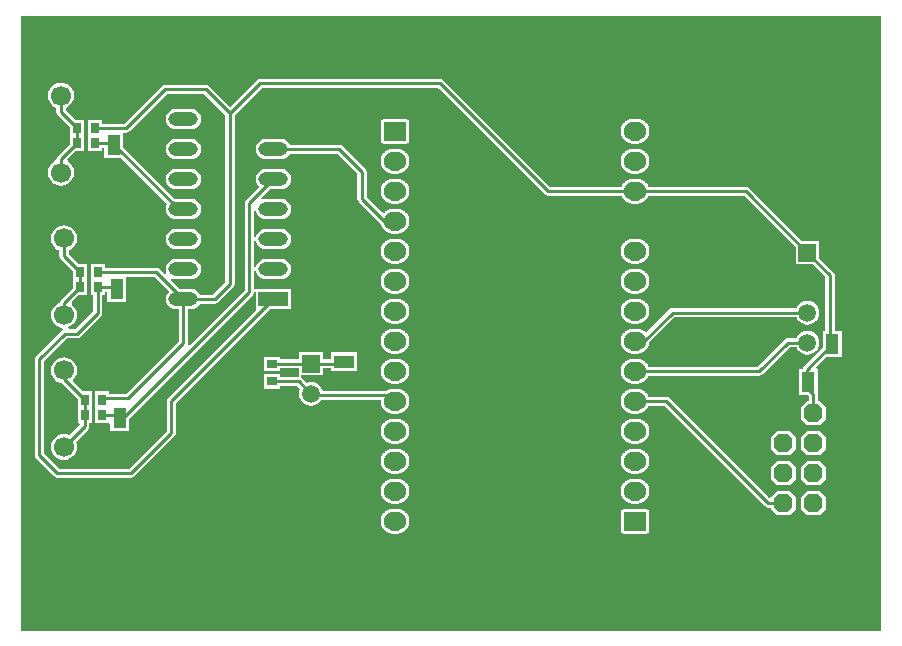
<source format=gbr>
G04 Layer_Physical_Order=1*
G04 Layer_Color=255*
%FSLAX26Y26*%
%MOIN*%
%TF.FileFunction,Copper,L1,Top,Signal*%
%TF.Part,Single*%
G01*
G75*
%TA.AperFunction,SMDPad,CuDef*%
%ADD10R,0.027559X0.035433*%
%ADD11R,0.043307X0.066929*%
%ADD12R,0.066929X0.043307*%
%TA.AperFunction,ConnectorPad*%
%ADD13R,0.043307X0.066929*%
%TA.AperFunction,SMDPad,CuDef*%
%ADD14R,0.035433X0.027559*%
%TA.AperFunction,Conductor*%
%ADD15C,0.010000*%
%TA.AperFunction,ComponentPad*%
%ADD16C,0.066929*%
%ADD17R,0.059055X0.059055*%
%ADD18C,0.059055*%
%ADD19C,0.059055*%
%ADD20R,0.062000X0.062000*%
G04:AMPARAMS|DCode=21|XSize=62mil|YSize=62mil|CornerRadius=0mil|HoleSize=0mil|Usage=FLASHONLY|Rotation=270.000|XOffset=0mil|YOffset=0mil|HoleType=Round|Shape=Octagon|*
%AMOCTAGOND21*
4,1,8,-0.015500,-0.031000,0.015500,-0.031000,0.031000,-0.015500,0.031000,0.015500,0.015500,0.031000,-0.015500,0.031000,-0.031000,0.015500,-0.031000,-0.015500,-0.015500,-0.031000,0.0*
%
%ADD21OCTAGOND21*%

%TA.AperFunction,ViaPad*%
%ADD22C,0.122047*%
%TA.AperFunction,ComponentPad*%
%ADD23O,0.098425X0.047244*%
%ADD24R,0.098425X0.047244*%
G36*
X5300000Y2950000D02*
X2435000D01*
Y5000000D01*
X5300000D01*
Y2950000D01*
D02*
G37*
%LPC*%
G36*
X3688602Y3556696D02*
X3671398D01*
X3670413Y3556500D01*
X3669408D01*
X3663323Y3555289D01*
X3662395Y3554905D01*
X3661410Y3554709D01*
X3655677Y3552335D01*
X3654842Y3551777D01*
X3653914Y3551392D01*
X3648755Y3547945D01*
X3648045Y3547235D01*
X3647210Y3546677D01*
X3642823Y3542290D01*
X3642265Y3541454D01*
X3641555Y3540744D01*
X3638107Y3535585D01*
X3637723Y3534657D01*
X3637165Y3533823D01*
X3634791Y3528090D01*
X3634595Y3527105D01*
X3634211Y3526177D01*
X3633000Y3520091D01*
Y3519087D01*
X3632804Y3518102D01*
Y3511898D01*
X3633000Y3510913D01*
Y3509908D01*
X3634211Y3503823D01*
X3634595Y3502895D01*
X3634791Y3501910D01*
X3637165Y3496177D01*
X3637723Y3495342D01*
X3638108Y3494414D01*
X3641555Y3489255D01*
X3642265Y3488545D01*
X3642823Y3487710D01*
X3647210Y3483323D01*
X3648045Y3482765D01*
X3648755Y3482055D01*
X3653914Y3478607D01*
X3654842Y3478223D01*
X3655677Y3477665D01*
X3661410Y3475291D01*
X3662395Y3475095D01*
X3663323Y3474711D01*
X3669408Y3473500D01*
X3670413D01*
X3671398Y3473304D01*
X3688602D01*
X3689587Y3473500D01*
X3690591D01*
X3696677Y3474711D01*
X3697605Y3475095D01*
X3698590Y3475291D01*
X3704323Y3477665D01*
X3705158Y3478223D01*
X3706085Y3478608D01*
X3711245Y3482055D01*
X3711955Y3482765D01*
X3712790Y3483323D01*
X3717177Y3487710D01*
X3717735Y3488545D01*
X3718445Y3489255D01*
X3721892Y3494414D01*
X3722277Y3495342D01*
X3722835Y3496177D01*
X3725209Y3501910D01*
X3725405Y3502895D01*
X3725789Y3503823D01*
X3727000Y3509908D01*
Y3510913D01*
X3727196Y3511898D01*
Y3518102D01*
X3727000Y3519087D01*
Y3520092D01*
X3725789Y3526177D01*
X3725405Y3527105D01*
X3725209Y3528090D01*
X3722835Y3533823D01*
X3722277Y3534658D01*
X3721892Y3535585D01*
X3718445Y3540745D01*
X3717735Y3541455D01*
X3717177Y3542290D01*
X3712790Y3546677D01*
X3711954Y3547235D01*
X3711244Y3547945D01*
X3706085Y3551392D01*
X3705157Y3551777D01*
X3704323Y3552335D01*
X3698590Y3554709D01*
X3697605Y3554905D01*
X3696677Y3555289D01*
X3690592Y3556500D01*
X3689587D01*
X3688602Y3556696D01*
D02*
G37*
G36*
X5095500Y3516000D02*
X5054500D01*
X5034000Y3495500D01*
Y3454500D01*
X5054500Y3434000D01*
X5095500D01*
X5116000Y3454500D01*
Y3495500D01*
X5095500Y3516000D01*
D02*
G37*
G36*
X4488602Y4056696D02*
X4471398D01*
X4470413Y4056500D01*
X4469408D01*
X4463323Y4055289D01*
X4462395Y4054905D01*
X4461410Y4054709D01*
X4455677Y4052335D01*
X4454842Y4051777D01*
X4453914Y4051392D01*
X4448755Y4047945D01*
X4448045Y4047235D01*
X4447210Y4046677D01*
X4442823Y4042290D01*
X4442265Y4041454D01*
X4441555Y4040744D01*
X4438107Y4035585D01*
X4437723Y4034657D01*
X4437165Y4033823D01*
X4434791Y4028090D01*
X4434595Y4027105D01*
X4434211Y4026177D01*
X4433000Y4020091D01*
Y4019087D01*
X4432804Y4018102D01*
Y4011898D01*
X4433000Y4010913D01*
Y4009908D01*
X4434211Y4003823D01*
X4434595Y4002895D01*
X4434791Y4001910D01*
X4437165Y3996177D01*
X4437723Y3995342D01*
X4438108Y3994414D01*
X4441555Y3989255D01*
X4442265Y3988545D01*
X4442823Y3987710D01*
X4447210Y3983323D01*
X4448045Y3982765D01*
X4448755Y3982055D01*
X4453914Y3978607D01*
X4454842Y3978223D01*
X4455677Y3977665D01*
X4461410Y3975291D01*
X4462395Y3975095D01*
X4463323Y3974711D01*
X4469408Y3973500D01*
X4470413D01*
X4471398Y3973304D01*
X4488602D01*
X4489587Y3973500D01*
X4490592D01*
X4496677Y3974711D01*
X4497605Y3975095D01*
X4498590Y3975291D01*
X4504323Y3977665D01*
X4505158Y3978223D01*
X4506085Y3978608D01*
X4511245Y3982055D01*
X4511955Y3982765D01*
X4512790Y3983323D01*
X4517177Y3987710D01*
X4517735Y3988545D01*
X4518445Y3989255D01*
X4521892Y3994414D01*
X4522277Y3995342D01*
X4522835Y3996177D01*
X4525209Y4001910D01*
X4525405Y4002895D01*
X4525789Y4003823D01*
X4527000Y4009908D01*
Y4010913D01*
X4527196Y4011898D01*
Y4018102D01*
X4527000Y4019087D01*
Y4020092D01*
X4525789Y4026177D01*
X4525405Y4027105D01*
X4525209Y4028090D01*
X4522835Y4033823D01*
X4522277Y4034658D01*
X4521892Y4035585D01*
X4518445Y4040745D01*
X4517735Y4041455D01*
X4517177Y4042290D01*
X4512790Y4046677D01*
X4511954Y4047235D01*
X4511244Y4047945D01*
X4506085Y4051392D01*
X4505158Y4051777D01*
X4504323Y4052335D01*
X4498590Y4054709D01*
X4497605Y4054905D01*
X4496677Y4055289D01*
X4490592Y4056500D01*
X4489587D01*
X4488602Y4056696D01*
D02*
G37*
G36*
X3688602D02*
X3671398D01*
X3670413Y4056500D01*
X3669408D01*
X3663323Y4055289D01*
X3662395Y4054905D01*
X3661410Y4054709D01*
X3655677Y4052335D01*
X3654842Y4051777D01*
X3653914Y4051392D01*
X3648755Y4047945D01*
X3648045Y4047235D01*
X3647210Y4046677D01*
X3642823Y4042290D01*
X3642265Y4041454D01*
X3641555Y4040744D01*
X3638107Y4035585D01*
X3637723Y4034657D01*
X3637165Y4033823D01*
X3634791Y4028090D01*
X3634595Y4027105D01*
X3634211Y4026177D01*
X3633000Y4020091D01*
Y4019087D01*
X3632804Y4018102D01*
Y4011898D01*
X3633000Y4010913D01*
Y4009908D01*
X3634211Y4003823D01*
X3634595Y4002895D01*
X3634791Y4001910D01*
X3637165Y3996177D01*
X3637723Y3995342D01*
X3638108Y3994414D01*
X3641555Y3989255D01*
X3642265Y3988545D01*
X3642823Y3987710D01*
X3647210Y3983323D01*
X3648045Y3982765D01*
X3648755Y3982055D01*
X3653914Y3978607D01*
X3654842Y3978223D01*
X3655677Y3977665D01*
X3661410Y3975291D01*
X3662395Y3975095D01*
X3663323Y3974711D01*
X3669408Y3973500D01*
X3670413D01*
X3671398Y3973304D01*
X3688602D01*
X3689587Y3973500D01*
X3690591D01*
X3696677Y3974711D01*
X3697605Y3975095D01*
X3698590Y3975291D01*
X3704323Y3977665D01*
X3705158Y3978223D01*
X3706085Y3978608D01*
X3711245Y3982055D01*
X3711955Y3982765D01*
X3712790Y3983323D01*
X3717177Y3987710D01*
X3717735Y3988545D01*
X3718445Y3989255D01*
X3721892Y3994414D01*
X3722277Y3995342D01*
X3722835Y3996177D01*
X3725209Y4001910D01*
X3725405Y4002895D01*
X3725789Y4003823D01*
X3727000Y4009908D01*
Y4010913D01*
X3727196Y4011898D01*
Y4018102D01*
X3727000Y4019087D01*
Y4020092D01*
X3725789Y4026177D01*
X3725405Y4027105D01*
X3725209Y4028090D01*
X3722835Y4033823D01*
X3722277Y4034658D01*
X3721892Y4035585D01*
X3718445Y4040745D01*
X3717735Y4041455D01*
X3717177Y4042290D01*
X3712790Y4046677D01*
X3711954Y4047235D01*
X3711244Y4047945D01*
X3706085Y4051392D01*
X3705157Y4051777D01*
X3704323Y4052335D01*
X3698590Y4054709D01*
X3697605Y4054905D01*
X3696677Y4055289D01*
X3690592Y4056500D01*
X3689587D01*
X3688602Y4056696D01*
D02*
G37*
G36*
X4995500Y3516000D02*
X4954500D01*
X4934000Y3495500D01*
Y3454500D01*
X4954500Y3434000D01*
X4995500D01*
X5016000Y3454500D01*
Y3495500D01*
X4995500Y3516000D01*
D02*
G37*
G36*
X3688602Y4256696D02*
X3671398D01*
X3670413Y4256500D01*
X3669408D01*
X3663323Y4255289D01*
X3662395Y4254905D01*
X3661410Y4254709D01*
X3655677Y4252335D01*
X3654842Y4251777D01*
X3653914Y4251392D01*
X3648755Y4247945D01*
X3648045Y4247235D01*
X3647210Y4246677D01*
X3642823Y4242290D01*
X3642265Y4241454D01*
X3641555Y4240744D01*
X3638107Y4235585D01*
X3637723Y4234658D01*
X3637165Y4233823D01*
X3634791Y4228090D01*
X3634595Y4227105D01*
X3634211Y4226177D01*
X3633000Y4220092D01*
Y4219087D01*
X3632804Y4218102D01*
Y4211898D01*
X3633000Y4210913D01*
Y4209908D01*
X3634211Y4203823D01*
X3634595Y4202895D01*
X3634791Y4201910D01*
X3637165Y4196177D01*
X3637723Y4195342D01*
X3638108Y4194414D01*
X3641555Y4189255D01*
X3642265Y4188545D01*
X3642823Y4187710D01*
X3647210Y4183323D01*
X3648045Y4182765D01*
X3648755Y4182055D01*
X3653914Y4178607D01*
X3654842Y4178223D01*
X3655677Y4177665D01*
X3661410Y4175291D01*
X3662395Y4175095D01*
X3663323Y4174711D01*
X3669408Y4173500D01*
X3670413D01*
X3671398Y4173304D01*
X3688602D01*
X3689587Y4173500D01*
X3690591D01*
X3696677Y4174711D01*
X3697605Y4175095D01*
X3698590Y4175291D01*
X3704323Y4177665D01*
X3705158Y4178223D01*
X3706085Y4178608D01*
X3711245Y4182055D01*
X3711955Y4182765D01*
X3712790Y4183323D01*
X3717177Y4187710D01*
X3717735Y4188545D01*
X3718445Y4189255D01*
X3721892Y4194414D01*
X3722277Y4195342D01*
X3722835Y4196177D01*
X3725209Y4201910D01*
X3725405Y4202895D01*
X3725789Y4203823D01*
X3727000Y4209908D01*
Y4210913D01*
X3727196Y4211898D01*
Y4218102D01*
X3727000Y4219087D01*
Y4220092D01*
X3725789Y4226177D01*
X3725405Y4227105D01*
X3725209Y4228090D01*
X3722835Y4233823D01*
X3722277Y4234658D01*
X3721892Y4235585D01*
X3718445Y4240745D01*
X3717735Y4241455D01*
X3717177Y4242290D01*
X3712790Y4246677D01*
X3711954Y4247235D01*
X3711244Y4247945D01*
X3706085Y4251392D01*
X3705157Y4251777D01*
X3704323Y4252335D01*
X3698590Y4254709D01*
X3697605Y4254905D01*
X3696677Y4255289D01*
X3690592Y4256500D01*
X3689587D01*
X3688602Y4256696D01*
D02*
G37*
G36*
X4488602D02*
X4471398D01*
X4470413Y4256500D01*
X4469408D01*
X4463323Y4255289D01*
X4462395Y4254905D01*
X4461410Y4254709D01*
X4455677Y4252335D01*
X4454842Y4251777D01*
X4453914Y4251392D01*
X4448755Y4247945D01*
X4448045Y4247235D01*
X4447210Y4246677D01*
X4442823Y4242290D01*
X4442265Y4241454D01*
X4441555Y4240744D01*
X4438107Y4235585D01*
X4437723Y4234658D01*
X4437165Y4233823D01*
X4434791Y4228090D01*
X4434595Y4227105D01*
X4434211Y4226177D01*
X4433000Y4220092D01*
Y4219087D01*
X4432804Y4218102D01*
Y4211898D01*
X4433000Y4210913D01*
Y4209908D01*
X4434211Y4203823D01*
X4434595Y4202895D01*
X4434791Y4201910D01*
X4437165Y4196177D01*
X4437723Y4195342D01*
X4438108Y4194414D01*
X4441555Y4189255D01*
X4442265Y4188545D01*
X4442823Y4187710D01*
X4447210Y4183323D01*
X4448045Y4182765D01*
X4448755Y4182055D01*
X4453914Y4178607D01*
X4454842Y4178223D01*
X4455677Y4177665D01*
X4461410Y4175291D01*
X4462395Y4175095D01*
X4463323Y4174711D01*
X4469408Y4173500D01*
X4470413D01*
X4471398Y4173304D01*
X4488602D01*
X4489587Y4173500D01*
X4490592D01*
X4496677Y4174711D01*
X4497605Y4175095D01*
X4498590Y4175291D01*
X4504323Y4177665D01*
X4505158Y4178223D01*
X4506085Y4178608D01*
X4511245Y4182055D01*
X4511955Y4182765D01*
X4512790Y4183323D01*
X4517177Y4187710D01*
X4517735Y4188545D01*
X4518445Y4189255D01*
X4521892Y4194414D01*
X4522277Y4195342D01*
X4522835Y4196177D01*
X4525209Y4201910D01*
X4525405Y4202895D01*
X4525789Y4203823D01*
X4527000Y4209908D01*
Y4210913D01*
X4527196Y4211898D01*
Y4218102D01*
X4527000Y4219087D01*
Y4220092D01*
X4525789Y4226177D01*
X4525405Y4227105D01*
X4525209Y4228090D01*
X4522835Y4233823D01*
X4522277Y4234658D01*
X4521892Y4235585D01*
X4518445Y4240745D01*
X4517735Y4241455D01*
X4517177Y4242290D01*
X4512790Y4246677D01*
X4511954Y4247235D01*
X4511244Y4247945D01*
X4506085Y4251392D01*
X4505158Y4251777D01*
X4504323Y4252335D01*
X4498590Y4254709D01*
X4497605Y4254905D01*
X4496677Y4255289D01*
X4490592Y4256500D01*
X4489587D01*
X4488602Y4256696D01*
D02*
G37*
G36*
X3688602Y4156696D02*
X3671398D01*
X3670413Y4156500D01*
X3669408D01*
X3663323Y4155289D01*
X3662395Y4154905D01*
X3661410Y4154709D01*
X3655677Y4152335D01*
X3654842Y4151777D01*
X3653914Y4151392D01*
X3648755Y4147945D01*
X3648045Y4147235D01*
X3647210Y4146677D01*
X3642823Y4142290D01*
X3642265Y4141454D01*
X3641555Y4140744D01*
X3638107Y4135585D01*
X3637723Y4134658D01*
X3637165Y4133823D01*
X3634791Y4128090D01*
X3634595Y4127105D01*
X3634211Y4126177D01*
X3633000Y4120092D01*
Y4119087D01*
X3632804Y4118102D01*
Y4111898D01*
X3633000Y4110913D01*
Y4109908D01*
X3634211Y4103823D01*
X3634595Y4102895D01*
X3634791Y4101910D01*
X3637165Y4096177D01*
X3637723Y4095342D01*
X3638108Y4094414D01*
X3641555Y4089255D01*
X3642265Y4088545D01*
X3642823Y4087710D01*
X3647210Y4083323D01*
X3648045Y4082765D01*
X3648755Y4082055D01*
X3653914Y4078607D01*
X3654842Y4078223D01*
X3655677Y4077665D01*
X3661410Y4075291D01*
X3662395Y4075095D01*
X3663323Y4074711D01*
X3669408Y4073500D01*
X3670413D01*
X3671398Y4073304D01*
X3688602D01*
X3689587Y4073500D01*
X3690591D01*
X3696677Y4074711D01*
X3697605Y4075095D01*
X3698590Y4075291D01*
X3704323Y4077665D01*
X3705158Y4078223D01*
X3706085Y4078608D01*
X3711245Y4082055D01*
X3711955Y4082765D01*
X3712790Y4083323D01*
X3717177Y4087710D01*
X3717735Y4088545D01*
X3718445Y4089255D01*
X3721892Y4094414D01*
X3722277Y4095342D01*
X3722835Y4096177D01*
X3725209Y4101910D01*
X3725405Y4102895D01*
X3725789Y4103823D01*
X3727000Y4109908D01*
Y4110913D01*
X3727196Y4111898D01*
Y4118102D01*
X3727000Y4119087D01*
Y4120092D01*
X3725789Y4126177D01*
X3725405Y4127105D01*
X3725209Y4128090D01*
X3722835Y4133823D01*
X3722277Y4134658D01*
X3721892Y4135585D01*
X3718445Y4140745D01*
X3717735Y4141455D01*
X3717177Y4142290D01*
X3712790Y4146677D01*
X3711954Y4147235D01*
X3711244Y4147945D01*
X3706085Y4151392D01*
X3705157Y4151777D01*
X3704323Y4152335D01*
X3698590Y4154709D01*
X3697605Y4154905D01*
X3696677Y4155289D01*
X3690592Y4156500D01*
X3689587D01*
X3688602Y4156696D01*
D02*
G37*
G36*
X4488602D02*
X4471398D01*
X4470413Y4156500D01*
X4469408D01*
X4463323Y4155289D01*
X4462395Y4154905D01*
X4461410Y4154709D01*
X4455677Y4152335D01*
X4454842Y4151777D01*
X4453914Y4151392D01*
X4448755Y4147945D01*
X4448045Y4147235D01*
X4447210Y4146677D01*
X4442823Y4142290D01*
X4442265Y4141454D01*
X4441555Y4140744D01*
X4438107Y4135585D01*
X4437723Y4134658D01*
X4437165Y4133823D01*
X4434791Y4128090D01*
X4434595Y4127105D01*
X4434211Y4126177D01*
X4433000Y4120092D01*
Y4119087D01*
X4432804Y4118102D01*
Y4111898D01*
X4433000Y4110913D01*
Y4109908D01*
X4434211Y4103823D01*
X4434595Y4102895D01*
X4434791Y4101910D01*
X4437165Y4096177D01*
X4437723Y4095342D01*
X4438108Y4094414D01*
X4441555Y4089255D01*
X4442265Y4088545D01*
X4442823Y4087710D01*
X4447210Y4083323D01*
X4448045Y4082765D01*
X4448755Y4082055D01*
X4453914Y4078607D01*
X4454842Y4078223D01*
X4455677Y4077665D01*
X4461410Y4075291D01*
X4462395Y4075095D01*
X4463323Y4074711D01*
X4469408Y4073500D01*
X4470413D01*
X4471398Y4073304D01*
X4488602D01*
X4489587Y4073500D01*
X4490592D01*
X4496677Y4074711D01*
X4497605Y4075095D01*
X4498590Y4075291D01*
X4504323Y4077665D01*
X4505158Y4078223D01*
X4506085Y4078608D01*
X4511245Y4082055D01*
X4511955Y4082765D01*
X4512790Y4083323D01*
X4517177Y4087710D01*
X4517735Y4088545D01*
X4518445Y4089255D01*
X4521892Y4094414D01*
X4522277Y4095342D01*
X4522835Y4096177D01*
X4525209Y4101910D01*
X4525405Y4102895D01*
X4525789Y4103823D01*
X4527000Y4109908D01*
Y4110913D01*
X4527196Y4111898D01*
Y4118102D01*
X4527000Y4119087D01*
Y4120092D01*
X4525789Y4126177D01*
X4525405Y4127105D01*
X4525209Y4128090D01*
X4522835Y4133823D01*
X4522277Y4134658D01*
X4521892Y4135585D01*
X4518445Y4140745D01*
X4517735Y4141455D01*
X4517177Y4142290D01*
X4512790Y4146677D01*
X4511954Y4147235D01*
X4511244Y4147945D01*
X4506085Y4151392D01*
X4505158Y4151777D01*
X4504323Y4152335D01*
X4498590Y4154709D01*
X4497605Y4154905D01*
X4496677Y4155289D01*
X4490592Y4156500D01*
X4489587D01*
X4488602Y4156696D01*
D02*
G37*
G36*
X5055000Y4049869D02*
X5044681Y4048510D01*
X5035066Y4044527D01*
X5026809Y4038191D01*
X5020473Y4029934D01*
X5018551Y4025294D01*
X4605249D01*
X4599397Y4024130D01*
X4594435Y4020814D01*
X4516544Y3942923D01*
X4512790Y3946677D01*
X4511954Y3947235D01*
X4511244Y3947945D01*
X4506085Y3951392D01*
X4505158Y3951777D01*
X4504323Y3952335D01*
X4498590Y3954709D01*
X4497605Y3954905D01*
X4496677Y3955289D01*
X4490592Y3956500D01*
X4489587D01*
X4488602Y3956696D01*
X4471398D01*
X4470413Y3956500D01*
X4469408D01*
X4463323Y3955289D01*
X4462395Y3954905D01*
X4461410Y3954709D01*
X4455677Y3952335D01*
X4454842Y3951777D01*
X4453914Y3951392D01*
X4448755Y3947945D01*
X4448045Y3947235D01*
X4447210Y3946677D01*
X4442823Y3942290D01*
X4442265Y3941454D01*
X4441555Y3940744D01*
X4438107Y3935585D01*
X4437723Y3934657D01*
X4437165Y3933823D01*
X4434791Y3928090D01*
X4434595Y3927105D01*
X4434211Y3926177D01*
X4433000Y3920091D01*
Y3919087D01*
X4432804Y3918102D01*
Y3911898D01*
X4433000Y3910913D01*
Y3909908D01*
X4434211Y3903823D01*
X4434595Y3902895D01*
X4434791Y3901910D01*
X4437165Y3896177D01*
X4437723Y3895342D01*
X4438108Y3894414D01*
X4441555Y3889255D01*
X4442265Y3888545D01*
X4442823Y3887710D01*
X4447210Y3883323D01*
X4448045Y3882765D01*
X4448755Y3882055D01*
X4453914Y3878607D01*
X4454842Y3878223D01*
X4455677Y3877665D01*
X4461410Y3875291D01*
X4462395Y3875095D01*
X4463323Y3874711D01*
X4469408Y3873500D01*
X4470413D01*
X4471398Y3873304D01*
X4488602D01*
X4489587Y3873500D01*
X4490592D01*
X4496677Y3874711D01*
X4497605Y3875095D01*
X4498590Y3875291D01*
X4504323Y3877665D01*
X4505158Y3878223D01*
X4506085Y3878608D01*
X4511245Y3882055D01*
X4511955Y3882765D01*
X4512790Y3883323D01*
X4517177Y3887710D01*
X4517735Y3888545D01*
X4518445Y3889255D01*
X4521892Y3894414D01*
X4522277Y3895342D01*
X4522835Y3896177D01*
X4525209Y3901910D01*
X4525405Y3902895D01*
X4525789Y3903823D01*
X4527000Y3909908D01*
Y3910122D01*
X4611584Y3994706D01*
X5018551D01*
X5020473Y3990066D01*
X5026809Y3981809D01*
X5035066Y3975473D01*
X5044681Y3971490D01*
X5055000Y3970131D01*
X5065319Y3971490D01*
X5074934Y3975473D01*
X5083191Y3981809D01*
X5089527Y3990066D01*
X5093510Y3999681D01*
X5094869Y4010000D01*
X5093510Y4020319D01*
X5089527Y4029934D01*
X5083191Y4038191D01*
X5074934Y4044527D01*
X5065319Y4048510D01*
X5055000Y4049869D01*
D02*
G37*
G36*
X5095500Y3616000D02*
X5054500D01*
X5034000Y3595500D01*
Y3554500D01*
X5054500Y3534000D01*
X5095500D01*
X5116000Y3554500D01*
Y3595500D01*
X5095500Y3616000D01*
D02*
G37*
G36*
X3688602Y3856696D02*
X3671398D01*
X3670413Y3856500D01*
X3669408D01*
X3663323Y3855289D01*
X3662395Y3854905D01*
X3661410Y3854709D01*
X3655677Y3852335D01*
X3654842Y3851777D01*
X3653914Y3851392D01*
X3648755Y3847945D01*
X3648045Y3847235D01*
X3647210Y3846677D01*
X3642823Y3842290D01*
X3642265Y3841454D01*
X3641555Y3840744D01*
X3638107Y3835585D01*
X3637723Y3834657D01*
X3637165Y3833823D01*
X3634791Y3828090D01*
X3634595Y3827105D01*
X3634211Y3826177D01*
X3633000Y3820091D01*
Y3819087D01*
X3632804Y3818102D01*
Y3811898D01*
X3633000Y3810913D01*
Y3809908D01*
X3634211Y3803823D01*
X3634595Y3802895D01*
X3634791Y3801910D01*
X3637165Y3796177D01*
X3637723Y3795342D01*
X3638108Y3794414D01*
X3641555Y3789255D01*
X3642265Y3788545D01*
X3642823Y3787710D01*
X3647210Y3783323D01*
X3648045Y3782765D01*
X3648755Y3782055D01*
X3653914Y3778607D01*
X3654842Y3778223D01*
X3655677Y3777665D01*
X3661410Y3775291D01*
X3662395Y3775095D01*
X3663323Y3774711D01*
X3669408Y3773500D01*
X3670413D01*
X3671398Y3773304D01*
X3688602D01*
X3689587Y3773500D01*
X3690591D01*
X3696677Y3774711D01*
X3697605Y3775095D01*
X3698590Y3775291D01*
X3704323Y3777665D01*
X3705158Y3778223D01*
X3706085Y3778608D01*
X3711245Y3782055D01*
X3711955Y3782765D01*
X3712790Y3783323D01*
X3717177Y3787710D01*
X3717735Y3788545D01*
X3718445Y3789255D01*
X3721892Y3794414D01*
X3722277Y3795342D01*
X3722835Y3796177D01*
X3725209Y3801910D01*
X3725405Y3802895D01*
X3725789Y3803823D01*
X3727000Y3809908D01*
Y3810913D01*
X3727196Y3811898D01*
Y3818102D01*
X3727000Y3819087D01*
Y3820092D01*
X3725789Y3826177D01*
X3725405Y3827105D01*
X3725209Y3828090D01*
X3722835Y3833823D01*
X3722277Y3834658D01*
X3721892Y3835585D01*
X3718445Y3840745D01*
X3717735Y3841455D01*
X3717177Y3842290D01*
X3712790Y3846677D01*
X3711954Y3847235D01*
X3711244Y3847945D01*
X3706085Y3851392D01*
X3705157Y3851777D01*
X3704323Y3852335D01*
X3698590Y3854709D01*
X3697605Y3854905D01*
X3696677Y3855289D01*
X3690592Y3856500D01*
X3689587D01*
X3688602Y3856696D01*
D02*
G37*
G36*
X4488602Y3656696D02*
X4471398D01*
X4470413Y3656500D01*
X4469408D01*
X4463323Y3655289D01*
X4462395Y3654905D01*
X4461410Y3654709D01*
X4455677Y3652335D01*
X4454842Y3651777D01*
X4453914Y3651392D01*
X4448755Y3647945D01*
X4448045Y3647235D01*
X4447210Y3646677D01*
X4442823Y3642290D01*
X4442265Y3641454D01*
X4441555Y3640744D01*
X4438107Y3635585D01*
X4437723Y3634657D01*
X4437165Y3633823D01*
X4434791Y3628090D01*
X4434595Y3627105D01*
X4434211Y3626177D01*
X4433000Y3620091D01*
Y3619087D01*
X4432804Y3618102D01*
Y3611898D01*
X4433000Y3610913D01*
Y3609908D01*
X4434211Y3603823D01*
X4434595Y3602895D01*
X4434791Y3601910D01*
X4437165Y3596177D01*
X4437723Y3595342D01*
X4438108Y3594414D01*
X4441555Y3589255D01*
X4442265Y3588545D01*
X4442823Y3587710D01*
X4447210Y3583323D01*
X4448045Y3582765D01*
X4448755Y3582055D01*
X4453914Y3578607D01*
X4454842Y3578223D01*
X4455677Y3577665D01*
X4461410Y3575291D01*
X4462395Y3575095D01*
X4463323Y3574711D01*
X4469408Y3573500D01*
X4470413D01*
X4471398Y3573304D01*
X4488602D01*
X4489587Y3573500D01*
X4490592D01*
X4496677Y3574711D01*
X4497605Y3575095D01*
X4498590Y3575291D01*
X4504323Y3577665D01*
X4505158Y3578223D01*
X4506085Y3578608D01*
X4511245Y3582055D01*
X4511955Y3582765D01*
X4512790Y3583323D01*
X4517177Y3587710D01*
X4517735Y3588545D01*
X4518445Y3589255D01*
X4521892Y3594414D01*
X4522277Y3595342D01*
X4522835Y3596177D01*
X4525209Y3601910D01*
X4525405Y3602895D01*
X4525789Y3603823D01*
X4527000Y3609908D01*
Y3610913D01*
X4527196Y3611898D01*
Y3618102D01*
X4527000Y3619087D01*
Y3620092D01*
X4525789Y3626177D01*
X4525405Y3627105D01*
X4525209Y3628090D01*
X4522835Y3633823D01*
X4522277Y3634658D01*
X4521892Y3635585D01*
X4518445Y3640745D01*
X4517735Y3641455D01*
X4517177Y3642290D01*
X4512790Y3646677D01*
X4511954Y3647235D01*
X4511244Y3647945D01*
X4506085Y3651392D01*
X4505158Y3651777D01*
X4504323Y3652335D01*
X4498590Y3654709D01*
X4497605Y3654905D01*
X4496677Y3655289D01*
X4490592Y3656500D01*
X4489587D01*
X4488602Y3656696D01*
D02*
G37*
G36*
X3688602D02*
X3671398D01*
X3670413Y3656500D01*
X3669408D01*
X3663323Y3655289D01*
X3662395Y3654905D01*
X3661410Y3654709D01*
X3655677Y3652335D01*
X3654842Y3651777D01*
X3653914Y3651392D01*
X3648755Y3647945D01*
X3648045Y3647235D01*
X3647210Y3646677D01*
X3642823Y3642290D01*
X3642265Y3641454D01*
X3641555Y3640744D01*
X3638107Y3635585D01*
X3637723Y3634657D01*
X3637165Y3633823D01*
X3634791Y3628090D01*
X3634595Y3627105D01*
X3634211Y3626177D01*
X3633000Y3620091D01*
Y3619087D01*
X3632804Y3618102D01*
Y3611898D01*
X3633000Y3610913D01*
Y3609908D01*
X3634211Y3603823D01*
X3634595Y3602895D01*
X3634791Y3601910D01*
X3637165Y3596177D01*
X3637723Y3595342D01*
X3638108Y3594414D01*
X3641555Y3589255D01*
X3642265Y3588545D01*
X3642823Y3587710D01*
X3647210Y3583323D01*
X3648045Y3582765D01*
X3648755Y3582055D01*
X3653914Y3578607D01*
X3654842Y3578223D01*
X3655677Y3577665D01*
X3661410Y3575291D01*
X3662395Y3575095D01*
X3663323Y3574711D01*
X3669408Y3573500D01*
X3670413D01*
X3671398Y3573304D01*
X3688602D01*
X3689587Y3573500D01*
X3690591D01*
X3696677Y3574711D01*
X3697605Y3575095D01*
X3698590Y3575291D01*
X3704323Y3577665D01*
X3705158Y3578223D01*
X3706085Y3578608D01*
X3711245Y3582055D01*
X3711955Y3582765D01*
X3712790Y3583323D01*
X3717177Y3587710D01*
X3717735Y3588545D01*
X3718445Y3589255D01*
X3721892Y3594414D01*
X3722277Y3595342D01*
X3722835Y3596177D01*
X3725209Y3601910D01*
X3725405Y3602895D01*
X3725789Y3603823D01*
X3727000Y3609908D01*
Y3610913D01*
X3727196Y3611898D01*
Y3618102D01*
X3727000Y3619087D01*
Y3620092D01*
X3725789Y3626177D01*
X3725405Y3627105D01*
X3725209Y3628090D01*
X3722835Y3633823D01*
X3722277Y3634658D01*
X3721892Y3635585D01*
X3718445Y3640745D01*
X3717735Y3641455D01*
X3717177Y3642290D01*
X3712790Y3646677D01*
X3711954Y3647235D01*
X3711244Y3647945D01*
X3706085Y3651392D01*
X3705157Y3651777D01*
X3704323Y3652335D01*
X3698590Y3654709D01*
X3697605Y3654905D01*
X3696677Y3655289D01*
X3690592Y3656500D01*
X3689587D01*
X3688602Y3656696D01*
D02*
G37*
G36*
X4995500Y3616000D02*
X4954500D01*
X4934000Y3595500D01*
Y3554500D01*
X4954500Y3534000D01*
X4995500D01*
X5016000Y3554500D01*
Y3595500D01*
X4995500Y3616000D01*
D02*
G37*
G36*
X3688602Y3956696D02*
X3671398D01*
X3670413Y3956500D01*
X3669408D01*
X3663323Y3955289D01*
X3662395Y3954905D01*
X3661410Y3954709D01*
X3655677Y3952335D01*
X3654842Y3951777D01*
X3653914Y3951392D01*
X3648755Y3947945D01*
X3648045Y3947235D01*
X3647210Y3946677D01*
X3642823Y3942290D01*
X3642265Y3941454D01*
X3641555Y3940744D01*
X3638107Y3935585D01*
X3637723Y3934657D01*
X3637165Y3933823D01*
X3634791Y3928090D01*
X3634595Y3927105D01*
X3634211Y3926177D01*
X3633000Y3920091D01*
Y3919087D01*
X3632804Y3918102D01*
Y3911898D01*
X3633000Y3910913D01*
Y3909908D01*
X3634211Y3903823D01*
X3634595Y3902895D01*
X3634791Y3901910D01*
X3637165Y3896177D01*
X3637723Y3895342D01*
X3638108Y3894414D01*
X3641555Y3889255D01*
X3642265Y3888545D01*
X3642823Y3887710D01*
X3647210Y3883323D01*
X3648045Y3882765D01*
X3648755Y3882055D01*
X3653914Y3878607D01*
X3654842Y3878223D01*
X3655677Y3877665D01*
X3661410Y3875291D01*
X3662395Y3875095D01*
X3663323Y3874711D01*
X3669408Y3873500D01*
X3670413D01*
X3671398Y3873304D01*
X3688602D01*
X3689587Y3873500D01*
X3690591D01*
X3696677Y3874711D01*
X3697605Y3875095D01*
X3698590Y3875291D01*
X3704323Y3877665D01*
X3705158Y3878223D01*
X3706085Y3878608D01*
X3711245Y3882055D01*
X3711955Y3882765D01*
X3712790Y3883323D01*
X3717177Y3887710D01*
X3717735Y3888545D01*
X3718445Y3889255D01*
X3721892Y3894414D01*
X3722277Y3895342D01*
X3722835Y3896177D01*
X3725209Y3901910D01*
X3725405Y3902895D01*
X3725789Y3903823D01*
X3727000Y3909908D01*
Y3910913D01*
X3727196Y3911898D01*
Y3918102D01*
X3727000Y3919087D01*
Y3920092D01*
X3725789Y3926177D01*
X3725405Y3927105D01*
X3725209Y3928090D01*
X3722835Y3933823D01*
X3722277Y3934658D01*
X3721892Y3935585D01*
X3718445Y3940745D01*
X3717735Y3941455D01*
X3717177Y3942290D01*
X3712790Y3946677D01*
X3711954Y3947235D01*
X3711244Y3947945D01*
X3706085Y3951392D01*
X3705157Y3951777D01*
X3704323Y3952335D01*
X3698590Y3954709D01*
X3697605Y3954905D01*
X3696677Y3955289D01*
X3690592Y3956500D01*
X3689587D01*
X3688602Y3956696D01*
D02*
G37*
G36*
X4488602Y3556696D02*
X4471398D01*
X4470413Y3556500D01*
X4469408D01*
X4463323Y3555289D01*
X4462395Y3554905D01*
X4461410Y3554709D01*
X4455677Y3552335D01*
X4454842Y3551777D01*
X4453914Y3551392D01*
X4448755Y3547945D01*
X4448045Y3547235D01*
X4447210Y3546677D01*
X4442823Y3542290D01*
X4442265Y3541454D01*
X4441555Y3540744D01*
X4438107Y3535585D01*
X4437723Y3534657D01*
X4437165Y3533823D01*
X4434791Y3528090D01*
X4434595Y3527105D01*
X4434211Y3526177D01*
X4433000Y3520091D01*
Y3519087D01*
X4432804Y3518102D01*
Y3511898D01*
X4433000Y3510913D01*
Y3509908D01*
X4434211Y3503823D01*
X4434595Y3502895D01*
X4434791Y3501910D01*
X4437165Y3496177D01*
X4437723Y3495342D01*
X4438108Y3494414D01*
X4441555Y3489255D01*
X4442265Y3488545D01*
X4442823Y3487710D01*
X4447210Y3483323D01*
X4448045Y3482765D01*
X4448755Y3482055D01*
X4453914Y3478607D01*
X4454842Y3478223D01*
X4455677Y3477665D01*
X4461410Y3475291D01*
X4462395Y3475095D01*
X4463323Y3474711D01*
X4469408Y3473500D01*
X4470413D01*
X4471398Y3473304D01*
X4488602D01*
X4489587Y3473500D01*
X4490592D01*
X4496677Y3474711D01*
X4497605Y3475095D01*
X4498590Y3475291D01*
X4504323Y3477665D01*
X4505158Y3478223D01*
X4506085Y3478608D01*
X4511245Y3482055D01*
X4511955Y3482765D01*
X4512790Y3483323D01*
X4517177Y3487710D01*
X4517735Y3488545D01*
X4518445Y3489255D01*
X4521892Y3494414D01*
X4522277Y3495342D01*
X4522835Y3496177D01*
X4525209Y3501910D01*
X4525405Y3502895D01*
X4525789Y3503823D01*
X4527000Y3509908D01*
Y3510913D01*
X4527196Y3511898D01*
Y3518102D01*
X4527000Y3519087D01*
Y3520092D01*
X4525789Y3526177D01*
X4525405Y3527105D01*
X4525209Y3528090D01*
X4522835Y3533823D01*
X4522277Y3534658D01*
X4521892Y3535585D01*
X4518445Y3540745D01*
X4517735Y3541455D01*
X4517177Y3542290D01*
X4512790Y3546677D01*
X4511954Y3547235D01*
X4511244Y3547945D01*
X4506085Y3551392D01*
X4505158Y3551777D01*
X4504323Y3552335D01*
X4498590Y3554709D01*
X4497605Y3554905D01*
X4496677Y3555289D01*
X4490592Y3556500D01*
X4489587D01*
X4488602Y3556696D01*
D02*
G37*
G36*
X3439528Y3879528D02*
X3360472D01*
Y3855294D01*
X3297716D01*
Y3863307D01*
X3242283D01*
Y3815748D01*
X3297716D01*
Y3824706D01*
X3360472D01*
Y3801517D01*
X3360472Y3801517D01*
X3360238Y3800092D01*
X3357577Y3795766D01*
X3297716D01*
Y3804252D01*
X3242283D01*
Y3756693D01*
X3297716D01*
Y3765179D01*
X3353193D01*
X3363412Y3754959D01*
X3361490Y3750319D01*
X3360131Y3740000D01*
X3361490Y3729681D01*
X3365473Y3720066D01*
X3371809Y3711809D01*
X3380066Y3705473D01*
X3389681Y3701490D01*
X3400000Y3700131D01*
X3410319Y3701490D01*
X3419934Y3705473D01*
X3428191Y3711809D01*
X3434251Y3719706D01*
X3627102D01*
X3632804Y3718102D01*
Y3711898D01*
X3633000Y3710913D01*
Y3709908D01*
X3634211Y3703823D01*
X3634595Y3702895D01*
X3634791Y3701910D01*
X3637165Y3696177D01*
X3637723Y3695342D01*
X3638108Y3694414D01*
X3641555Y3689255D01*
X3642265Y3688545D01*
X3642823Y3687710D01*
X3647210Y3683323D01*
X3648045Y3682765D01*
X3648755Y3682055D01*
X3653914Y3678607D01*
X3654842Y3678223D01*
X3655677Y3677665D01*
X3661410Y3675291D01*
X3662395Y3675095D01*
X3663323Y3674711D01*
X3669408Y3673500D01*
X3670413D01*
X3671398Y3673304D01*
X3688602D01*
X3689587Y3673500D01*
X3690591D01*
X3696677Y3674711D01*
X3697605Y3675095D01*
X3698590Y3675291D01*
X3704323Y3677665D01*
X3705158Y3678223D01*
X3706085Y3678608D01*
X3711245Y3682055D01*
X3711955Y3682765D01*
X3712790Y3683323D01*
X3717177Y3687710D01*
X3717735Y3688545D01*
X3718445Y3689255D01*
X3721892Y3694414D01*
X3722277Y3695342D01*
X3722835Y3696177D01*
X3725209Y3701910D01*
X3725405Y3702895D01*
X3725789Y3703823D01*
X3727000Y3709908D01*
Y3710913D01*
X3727196Y3711898D01*
Y3718102D01*
X3727000Y3719087D01*
Y3720092D01*
X3725789Y3726177D01*
X3725405Y3727105D01*
X3725209Y3728090D01*
X3722835Y3733823D01*
X3722277Y3734658D01*
X3721892Y3735585D01*
X3718445Y3740745D01*
X3717735Y3741455D01*
X3717177Y3742290D01*
X3712790Y3746677D01*
X3711954Y3747235D01*
X3711244Y3747945D01*
X3706085Y3751392D01*
X3705157Y3751777D01*
X3704323Y3752335D01*
X3698590Y3754709D01*
X3697605Y3754905D01*
X3696677Y3755289D01*
X3690592Y3756500D01*
X3689587D01*
X3688602Y3756696D01*
X3671398D01*
X3670413Y3756500D01*
X3669408D01*
X3663323Y3755289D01*
X3662395Y3754905D01*
X3661410Y3754709D01*
X3655677Y3752335D01*
X3654842Y3751777D01*
X3653914Y3751392D01*
X3652270Y3750294D01*
X3438513D01*
X3438510Y3750319D01*
X3434527Y3759934D01*
X3428191Y3768191D01*
X3419934Y3774527D01*
X3410319Y3778510D01*
X3400000Y3779869D01*
X3389681Y3778510D01*
X3385041Y3776588D01*
X3370342Y3791287D01*
X3366931Y3793566D01*
X3365940Y3798932D01*
X3365940D01*
Y3798932D01*
X3365940D01*
X3366139Y3800472D01*
X3366285Y3800472D01*
X3439528D01*
Y3824706D01*
X3466535D01*
Y3815197D01*
X3553465D01*
Y3878504D01*
X3466535D01*
Y3855294D01*
X3439528D01*
Y3879528D01*
D02*
G37*
G36*
X5055000Y3949869D02*
X5044681Y3948510D01*
X5035066Y3944527D01*
X5026809Y3938191D01*
X5020473Y3929934D01*
X5018551Y3925294D01*
X4990000D01*
X4984147Y3924130D01*
X4979186Y3920814D01*
X4888665Y3830294D01*
X4524296D01*
X4522835Y3833823D01*
X4522277Y3834658D01*
X4521892Y3835585D01*
X4518445Y3840745D01*
X4517735Y3841455D01*
X4517177Y3842290D01*
X4512790Y3846677D01*
X4511954Y3847235D01*
X4511244Y3847945D01*
X4506085Y3851392D01*
X4505158Y3851777D01*
X4504323Y3852335D01*
X4498590Y3854709D01*
X4497605Y3854905D01*
X4496677Y3855289D01*
X4490592Y3856500D01*
X4489587D01*
X4488602Y3856696D01*
X4471398D01*
X4470413Y3856500D01*
X4469408D01*
X4463323Y3855289D01*
X4462395Y3854905D01*
X4461410Y3854709D01*
X4455677Y3852335D01*
X4454842Y3851777D01*
X4453914Y3851392D01*
X4448755Y3847945D01*
X4448045Y3847235D01*
X4447210Y3846677D01*
X4442823Y3842290D01*
X4442265Y3841454D01*
X4441555Y3840744D01*
X4438107Y3835585D01*
X4437723Y3834657D01*
X4437165Y3833823D01*
X4434791Y3828090D01*
X4434595Y3827105D01*
X4434211Y3826177D01*
X4433000Y3820091D01*
Y3819087D01*
X4432804Y3818102D01*
Y3811898D01*
X4433000Y3810913D01*
Y3809908D01*
X4434211Y3803823D01*
X4434595Y3802895D01*
X4434791Y3801910D01*
X4437165Y3796177D01*
X4437723Y3795342D01*
X4438108Y3794414D01*
X4441555Y3789255D01*
X4442265Y3788545D01*
X4442823Y3787710D01*
X4447210Y3783323D01*
X4448045Y3782765D01*
X4448755Y3782055D01*
X4453914Y3778607D01*
X4454842Y3778223D01*
X4455677Y3777665D01*
X4461410Y3775291D01*
X4462395Y3775095D01*
X4463323Y3774711D01*
X4469408Y3773500D01*
X4470413D01*
X4471398Y3773304D01*
X4488602D01*
X4489587Y3773500D01*
X4490592D01*
X4496677Y3774711D01*
X4497605Y3775095D01*
X4498590Y3775291D01*
X4504323Y3777665D01*
X4505158Y3778223D01*
X4506085Y3778608D01*
X4511245Y3782055D01*
X4511955Y3782765D01*
X4512790Y3783323D01*
X4517177Y3787710D01*
X4517735Y3788545D01*
X4518445Y3789255D01*
X4521892Y3794414D01*
X4522277Y3795342D01*
X4522835Y3796177D01*
X4524296Y3799706D01*
X4895000D01*
X4900853Y3800870D01*
X4905814Y3804186D01*
X4996335Y3894706D01*
X5018551D01*
X5020473Y3890066D01*
X5026809Y3881809D01*
X5035066Y3875473D01*
X5044681Y3871490D01*
X5055000Y3870131D01*
X5065319Y3871490D01*
X5074934Y3875473D01*
X5083191Y3881809D01*
X5089527Y3890066D01*
X5093510Y3899681D01*
X5094869Y3910000D01*
X5093510Y3920319D01*
X5089527Y3929934D01*
X5083191Y3938191D01*
X5074934Y3944527D01*
X5065319Y3948510D01*
X5055000Y3949869D01*
D02*
G37*
G36*
X4488602Y3456696D02*
X4471398D01*
X4470413Y3456500D01*
X4469408D01*
X4463323Y3455289D01*
X4462395Y3454905D01*
X4461410Y3454709D01*
X4455677Y3452335D01*
X4454842Y3451777D01*
X4453914Y3451392D01*
X4448755Y3447945D01*
X4448045Y3447235D01*
X4447210Y3446677D01*
X4442823Y3442290D01*
X4442265Y3441454D01*
X4441555Y3440744D01*
X4438107Y3435585D01*
X4437723Y3434657D01*
X4437165Y3433823D01*
X4434791Y3428090D01*
X4434595Y3427105D01*
X4434211Y3426177D01*
X4433000Y3420091D01*
Y3419087D01*
X4432804Y3418102D01*
Y3411898D01*
X4433000Y3410913D01*
Y3409908D01*
X4434211Y3403823D01*
X4434595Y3402895D01*
X4434791Y3401910D01*
X4437165Y3396177D01*
X4437723Y3395342D01*
X4438108Y3394414D01*
X4441555Y3389255D01*
X4442265Y3388545D01*
X4442823Y3387710D01*
X4447210Y3383323D01*
X4448045Y3382765D01*
X4448755Y3382055D01*
X4453914Y3378607D01*
X4454842Y3378223D01*
X4455677Y3377665D01*
X4461410Y3375291D01*
X4462395Y3375095D01*
X4463323Y3374711D01*
X4469408Y3373500D01*
X4470413D01*
X4471398Y3373304D01*
X4488602D01*
X4489587Y3373500D01*
X4490592D01*
X4496677Y3374711D01*
X4497605Y3375095D01*
X4498590Y3375291D01*
X4504323Y3377665D01*
X4505158Y3378223D01*
X4506085Y3378608D01*
X4511245Y3382055D01*
X4511955Y3382765D01*
X4512790Y3383323D01*
X4517177Y3387710D01*
X4517735Y3388545D01*
X4518445Y3389255D01*
X4521892Y3394414D01*
X4522277Y3395342D01*
X4522835Y3396177D01*
X4525209Y3401910D01*
X4525405Y3402895D01*
X4525789Y3403823D01*
X4527000Y3409908D01*
Y3410913D01*
X4527196Y3411898D01*
Y3418102D01*
X4527000Y3419087D01*
Y3420092D01*
X4525789Y3426177D01*
X4525405Y3427105D01*
X4525209Y3428090D01*
X4522835Y3433823D01*
X4522277Y3434658D01*
X4521892Y3435585D01*
X4518445Y3440745D01*
X4517735Y3441455D01*
X4517177Y3442290D01*
X4512790Y3446677D01*
X4511954Y3447235D01*
X4511244Y3447945D01*
X4506085Y3451392D01*
X4505158Y3451777D01*
X4504323Y3452335D01*
X4498590Y3454709D01*
X4497605Y3454905D01*
X4496677Y3455289D01*
X4490592Y3456500D01*
X4489587D01*
X4488602Y3456696D01*
D02*
G37*
G36*
X4517500Y3356696D02*
X4442500D01*
X4438598Y3355920D01*
X4435290Y3353710D01*
X4433080Y3350402D01*
X4432304Y3346500D01*
Y3283500D01*
X4433080Y3279598D01*
X4435290Y3276290D01*
X4438598Y3274080D01*
X4442500Y3273304D01*
X4517500D01*
X4521402Y3274080D01*
X4524710Y3276290D01*
X4526920Y3279598D01*
X4527696Y3283500D01*
Y3346500D01*
X4526920Y3350402D01*
X4524710Y3353710D01*
X4521402Y3355920D01*
X4517500Y3356696D01*
D02*
G37*
G36*
X3000591Y4588912D02*
X2949409D01*
X2940632Y4587757D01*
X2932453Y4584369D01*
X2925430Y4578980D01*
X2920041Y4571956D01*
X2916653Y4563777D01*
X2915497Y4555000D01*
X2916653Y4546223D01*
X2920041Y4538044D01*
X2925430Y4531020D01*
X2932453Y4525631D01*
X2940632Y4522243D01*
X2949409Y4521088D01*
X3000591D01*
X3009368Y4522243D01*
X3017547Y4525631D01*
X3024570Y4531020D01*
X3029959Y4538044D01*
X3033347Y4546223D01*
X3034503Y4555000D01*
X3033347Y4563777D01*
X3029959Y4571956D01*
X3024570Y4578980D01*
X3017547Y4584369D01*
X3009368Y4587757D01*
X3000591Y4588912D01*
D02*
G37*
G36*
X4488602Y4556696D02*
X4471398D01*
X4470413Y4556500D01*
X4469408D01*
X4463323Y4555289D01*
X4462395Y4554905D01*
X4461410Y4554709D01*
X4455677Y4552335D01*
X4454842Y4551777D01*
X4453914Y4551392D01*
X4448755Y4547945D01*
X4448045Y4547235D01*
X4447210Y4546677D01*
X4442823Y4542290D01*
X4442265Y4541454D01*
X4441555Y4540744D01*
X4438107Y4535585D01*
X4437723Y4534658D01*
X4437165Y4533823D01*
X4434791Y4528090D01*
X4434595Y4527105D01*
X4434211Y4526177D01*
X4433000Y4520092D01*
Y4519087D01*
X4432804Y4518102D01*
Y4511898D01*
X4433000Y4510913D01*
Y4509908D01*
X4434211Y4503823D01*
X4434595Y4502895D01*
X4434791Y4501910D01*
X4437165Y4496177D01*
X4437723Y4495342D01*
X4438108Y4494414D01*
X4441555Y4489255D01*
X4442265Y4488545D01*
X4442823Y4487710D01*
X4447210Y4483323D01*
X4448045Y4482765D01*
X4448755Y4482055D01*
X4453914Y4478607D01*
X4454842Y4478223D01*
X4455677Y4477665D01*
X4461410Y4475291D01*
X4462395Y4475095D01*
X4463323Y4474711D01*
X4469408Y4473500D01*
X4470413D01*
X4471398Y4473304D01*
X4488602D01*
X4489587Y4473500D01*
X4490592D01*
X4496677Y4474711D01*
X4497605Y4475095D01*
X4498590Y4475291D01*
X4504323Y4477665D01*
X4505158Y4478223D01*
X4506085Y4478608D01*
X4511245Y4482055D01*
X4511955Y4482765D01*
X4512790Y4483323D01*
X4517177Y4487710D01*
X4517735Y4488545D01*
X4518445Y4489255D01*
X4521892Y4494414D01*
X4522277Y4495342D01*
X4522835Y4496177D01*
X4525209Y4501910D01*
X4525405Y4502895D01*
X4525789Y4503823D01*
X4527000Y4509908D01*
Y4510913D01*
X4527196Y4511898D01*
Y4518102D01*
X4527000Y4519087D01*
Y4520092D01*
X4525789Y4526177D01*
X4525405Y4527105D01*
X4525209Y4528090D01*
X4522835Y4533823D01*
X4522277Y4534658D01*
X4521892Y4535585D01*
X4518445Y4540745D01*
X4517735Y4541455D01*
X4517177Y4542290D01*
X4512790Y4546677D01*
X4511954Y4547235D01*
X4511244Y4547945D01*
X4506085Y4551392D01*
X4505158Y4551777D01*
X4504323Y4552335D01*
X4498590Y4554709D01*
X4497605Y4554905D01*
X4496677Y4555289D01*
X4490592Y4556500D01*
X4489587D01*
X4488602Y4556696D01*
D02*
G37*
G36*
X2566417Y4776792D02*
X2555071Y4775299D01*
X2544497Y4770919D01*
X2535418Y4763952D01*
X2528451Y4754873D01*
X2524072Y4744299D01*
X2522578Y4732953D01*
X2524072Y4721606D01*
X2528451Y4711033D01*
X2535418Y4701953D01*
X2544497Y4694987D01*
X2551123Y4692242D01*
Y4679055D01*
X2552288Y4673203D01*
X2555603Y4668241D01*
X2596693Y4627151D01*
Y4602716D01*
X2596693D01*
Y4572849D01*
X2555603Y4531759D01*
X2552288Y4526797D01*
X2551123Y4520945D01*
Y4517758D01*
X2544497Y4515013D01*
X2535418Y4508047D01*
X2528451Y4498967D01*
X2524072Y4488394D01*
X2522578Y4477047D01*
X2524072Y4465701D01*
X2528451Y4455127D01*
X2535418Y4446048D01*
X2544497Y4439081D01*
X2555071Y4434701D01*
X2566417Y4433208D01*
X2577764Y4434701D01*
X2588337Y4439081D01*
X2597417Y4446048D01*
X2604383Y4455127D01*
X2608763Y4465701D01*
X2610257Y4477047D01*
X2608763Y4488394D01*
X2604383Y4498967D01*
X2597417Y4508047D01*
X2589542Y4514089D01*
X2587885Y4520783D01*
X2614385Y4547283D01*
X2644252D01*
Y4597284D01*
X2644252D01*
Y4652717D01*
X2614385D01*
X2581711Y4685390D01*
Y4692242D01*
X2588337Y4694987D01*
X2597417Y4701953D01*
X2604383Y4711033D01*
X2608763Y4721606D01*
X2610257Y4732953D01*
X2608763Y4744299D01*
X2604383Y4754873D01*
X2597417Y4763952D01*
X2588337Y4770919D01*
X2577764Y4775299D01*
X2566417Y4776792D01*
D02*
G37*
G36*
X3688602Y4556696D02*
X3671398D01*
X3670413Y4556500D01*
X3669408D01*
X3663323Y4555289D01*
X3662395Y4554905D01*
X3661410Y4554709D01*
X3655677Y4552335D01*
X3654842Y4551777D01*
X3653914Y4551392D01*
X3648755Y4547945D01*
X3648045Y4547235D01*
X3647210Y4546677D01*
X3642823Y4542290D01*
X3642265Y4541454D01*
X3641555Y4540744D01*
X3638107Y4535585D01*
X3637723Y4534658D01*
X3637165Y4533823D01*
X3634791Y4528090D01*
X3634595Y4527105D01*
X3634211Y4526177D01*
X3633000Y4520092D01*
Y4519087D01*
X3632804Y4518102D01*
Y4511898D01*
X3633000Y4510913D01*
Y4509908D01*
X3634211Y4503823D01*
X3634595Y4502895D01*
X3634791Y4501910D01*
X3637165Y4496177D01*
X3637723Y4495342D01*
X3638108Y4494414D01*
X3641555Y4489255D01*
X3642265Y4488545D01*
X3642823Y4487710D01*
X3647210Y4483323D01*
X3648045Y4482765D01*
X3648755Y4482055D01*
X3653914Y4478607D01*
X3654842Y4478223D01*
X3655677Y4477665D01*
X3661410Y4475291D01*
X3662395Y4475095D01*
X3663323Y4474711D01*
X3669408Y4473500D01*
X3670413D01*
X3671398Y4473304D01*
X3688602D01*
X3689587Y4473500D01*
X3690591D01*
X3696677Y4474711D01*
X3697605Y4475095D01*
X3698590Y4475291D01*
X3704323Y4477665D01*
X3705158Y4478223D01*
X3706085Y4478608D01*
X3711245Y4482055D01*
X3711955Y4482765D01*
X3712790Y4483323D01*
X3717177Y4487710D01*
X3717735Y4488545D01*
X3718445Y4489255D01*
X3721892Y4494414D01*
X3722277Y4495342D01*
X3722835Y4496177D01*
X3725209Y4501910D01*
X3725405Y4502895D01*
X3725789Y4503823D01*
X3727000Y4509908D01*
Y4510913D01*
X3727196Y4511898D01*
Y4518102D01*
X3727000Y4519087D01*
Y4520092D01*
X3725789Y4526177D01*
X3725405Y4527105D01*
X3725209Y4528090D01*
X3722835Y4533823D01*
X3722277Y4534658D01*
X3721892Y4535585D01*
X3718445Y4540745D01*
X3717735Y4541455D01*
X3717177Y4542290D01*
X3712790Y4546677D01*
X3711954Y4547235D01*
X3711244Y4547945D01*
X3706085Y4551392D01*
X3705157Y4551777D01*
X3704323Y4552335D01*
X3698590Y4554709D01*
X3697605Y4554905D01*
X3696677Y4555289D01*
X3690592Y4556500D01*
X3689587D01*
X3688602Y4556696D01*
D02*
G37*
G36*
X3000591Y4688912D02*
X2949409D01*
X2940632Y4687757D01*
X2932453Y4684369D01*
X2925430Y4678980D01*
X2920041Y4671956D01*
X2916653Y4663777D01*
X2915497Y4655000D01*
X2916653Y4646223D01*
X2920041Y4638044D01*
X2925430Y4631020D01*
X2932453Y4625631D01*
X2940632Y4622243D01*
X2949409Y4621088D01*
X3000591D01*
X3009368Y4622243D01*
X3017547Y4625631D01*
X3024570Y4631020D01*
X3029959Y4638044D01*
X3033347Y4646223D01*
X3034503Y4655000D01*
X3033347Y4663777D01*
X3029959Y4671956D01*
X3024570Y4678980D01*
X3017547Y4684369D01*
X3009368Y4687757D01*
X3000591Y4688912D01*
D02*
G37*
G36*
X3830000Y4790294D02*
X3230000D01*
X3224147Y4789130D01*
X3219186Y4785815D01*
X3130000Y4696629D01*
X3060814Y4765814D01*
X3055853Y4769130D01*
X3050000Y4770294D01*
X2915000D01*
X2909147Y4769130D01*
X2904186Y4765814D01*
X2778665Y4640294D01*
X2703307D01*
Y4652717D01*
X2655748D01*
Y4602716D01*
X2655748D01*
Y4547283D01*
X2703307D01*
Y4559706D01*
X2710197D01*
Y4526535D01*
X2766836D01*
X2920637Y4372734D01*
X2920041Y4371956D01*
X2916653Y4363777D01*
X2915497Y4355000D01*
X2916653Y4346223D01*
X2920041Y4338044D01*
X2925430Y4331020D01*
X2932453Y4325631D01*
X2940632Y4322243D01*
X2949409Y4321088D01*
X3000591D01*
X3009368Y4322243D01*
X3017547Y4325631D01*
X3024570Y4331020D01*
X3029959Y4338044D01*
X3033347Y4346223D01*
X3034503Y4355000D01*
X3033347Y4363777D01*
X3029959Y4371956D01*
X3024570Y4378980D01*
X3017547Y4384369D01*
X3009368Y4387757D01*
X3000591Y4388912D01*
X2949409D01*
X2947914Y4388715D01*
X2773504Y4563125D01*
Y4609706D01*
X2785000D01*
X2790853Y4610870D01*
X2795814Y4614186D01*
X2921335Y4739706D01*
X3043665D01*
X3114706Y4668665D01*
Y4110541D01*
X3074459Y4070294D01*
X3030648D01*
X3029959Y4071956D01*
X3024570Y4078979D01*
X3017547Y4084369D01*
X3009368Y4087757D01*
X3000591Y4088912D01*
X2962717D01*
X2932345Y4119284D01*
X2935690Y4124291D01*
X2940632Y4122243D01*
X2949409Y4121088D01*
X3000591D01*
X3009368Y4122243D01*
X3017547Y4125631D01*
X3024570Y4131020D01*
X3029959Y4138044D01*
X3033347Y4146223D01*
X3034503Y4155000D01*
X3033347Y4163777D01*
X3029959Y4171956D01*
X3024570Y4178980D01*
X3017547Y4184369D01*
X3009368Y4187757D01*
X3000591Y4188912D01*
X2949409D01*
X2940632Y4187757D01*
X2932453Y4184369D01*
X2925430Y4178980D01*
X2920041Y4171956D01*
X2916653Y4163777D01*
X2915497Y4155000D01*
X2916653Y4146223D01*
X2918700Y4141280D01*
X2913694Y4137935D01*
X2895814Y4155815D01*
X2890853Y4159130D01*
X2885000Y4160294D01*
X2713307D01*
Y4172717D01*
X2665748D01*
Y4122716D01*
X2665748D01*
Y4067283D01*
X2674234D01*
Y4015862D01*
X2613665Y3955294D01*
X2592555D01*
X2591380Y3961199D01*
X2598337Y3964081D01*
X2607417Y3971048D01*
X2614383Y3980127D01*
X2618763Y3990701D01*
X2620257Y4002047D01*
X2618763Y4013394D01*
X2614383Y4023967D01*
X2607417Y4033046D01*
X2602371Y4036918D01*
X2601828Y4044727D01*
X2624385Y4067283D01*
X2654252D01*
Y4117284D01*
X2654252D01*
Y4172717D01*
X2624385D01*
X2591711Y4205390D01*
Y4217242D01*
X2598337Y4219987D01*
X2607417Y4226953D01*
X2614383Y4236033D01*
X2618763Y4246606D01*
X2620257Y4257953D01*
X2618763Y4269299D01*
X2614383Y4279873D01*
X2607417Y4288952D01*
X2598337Y4295919D01*
X2587764Y4300299D01*
X2576417Y4301792D01*
X2565071Y4300299D01*
X2554497Y4295919D01*
X2545418Y4288952D01*
X2538451Y4279873D01*
X2534072Y4269299D01*
X2532578Y4257953D01*
X2534072Y4246606D01*
X2538451Y4236033D01*
X2545418Y4226953D01*
X2554497Y4219987D01*
X2561123Y4217242D01*
Y4199055D01*
X2562288Y4193203D01*
X2565603Y4188241D01*
X2606693Y4147151D01*
Y4122716D01*
X2606693D01*
Y4092849D01*
X2565603Y4051759D01*
X2562288Y4046798D01*
X2561516Y4042921D01*
X2554497Y4040013D01*
X2545418Y4033046D01*
X2538451Y4023967D01*
X2534072Y4013394D01*
X2532578Y4002047D01*
X2534072Y3990701D01*
X2538451Y3980127D01*
X2545418Y3971048D01*
X2554497Y3964081D01*
X2565071Y3959701D01*
X2570739Y3958955D01*
X2572172Y3952810D01*
X2569186Y3950814D01*
X2484186Y3865814D01*
X2480870Y3860853D01*
X2479706Y3855000D01*
Y3535000D01*
X2480870Y3529147D01*
X2484186Y3524186D01*
X2544186Y3464186D01*
X2549147Y3460870D01*
X2555000Y3459706D01*
X2800000D01*
X2805853Y3460870D01*
X2810814Y3464186D01*
X2945814Y3599186D01*
X2949130Y3604147D01*
X2950294Y3610000D01*
Y3708665D01*
X3263007Y4021378D01*
X3334213D01*
Y4088622D01*
X3215787D01*
Y4088622D01*
X3210294Y4089617D01*
Y4149280D01*
X3216199Y4149667D01*
X3216653Y4146223D01*
X3220041Y4138044D01*
X3225430Y4131020D01*
X3232453Y4125631D01*
X3240632Y4122243D01*
X3249409Y4121088D01*
X3300591D01*
X3309368Y4122243D01*
X3317547Y4125631D01*
X3324570Y4131020D01*
X3329959Y4138044D01*
X3333347Y4146223D01*
X3334503Y4155000D01*
X3333347Y4163777D01*
X3329959Y4171956D01*
X3324570Y4178980D01*
X3317547Y4184369D01*
X3309368Y4187757D01*
X3300591Y4188912D01*
X3249409D01*
X3240632Y4187757D01*
X3232453Y4184369D01*
X3225430Y4178980D01*
X3220041Y4171956D01*
X3216653Y4163777D01*
X3216199Y4160333D01*
X3210294Y4160720D01*
Y4249280D01*
X3216199Y4249667D01*
X3216653Y4246223D01*
X3220041Y4238044D01*
X3225430Y4231020D01*
X3232453Y4225631D01*
X3240632Y4222243D01*
X3249409Y4221088D01*
X3300591D01*
X3309368Y4222243D01*
X3317547Y4225631D01*
X3324570Y4231020D01*
X3329959Y4238044D01*
X3333347Y4246223D01*
X3334503Y4255000D01*
X3333347Y4263777D01*
X3329959Y4271956D01*
X3324570Y4278980D01*
X3317547Y4284369D01*
X3309368Y4287757D01*
X3300591Y4288912D01*
X3249409D01*
X3240632Y4287757D01*
X3232453Y4284369D01*
X3225430Y4278980D01*
X3220041Y4271956D01*
X3216653Y4263777D01*
X3216199Y4260333D01*
X3210294Y4260720D01*
Y4349280D01*
X3216199Y4349667D01*
X3216653Y4346223D01*
X3220041Y4338044D01*
X3225430Y4331020D01*
X3232453Y4325631D01*
X3240632Y4322243D01*
X3249409Y4321088D01*
X3300591D01*
X3309368Y4322243D01*
X3317547Y4325631D01*
X3324570Y4331020D01*
X3329959Y4338044D01*
X3333347Y4346223D01*
X3334503Y4355000D01*
X3333347Y4363777D01*
X3329959Y4371956D01*
X3324570Y4378980D01*
X3317547Y4384369D01*
X3309368Y4387757D01*
X3300591Y4388912D01*
X3249409D01*
X3240632Y4387757D01*
X3235690Y4385709D01*
X3232345Y4390716D01*
X3262717Y4421088D01*
X3300591D01*
X3309368Y4422243D01*
X3317547Y4425631D01*
X3324570Y4431020D01*
X3329959Y4438044D01*
X3333347Y4446223D01*
X3334503Y4455000D01*
X3333347Y4463777D01*
X3329959Y4471956D01*
X3324570Y4478980D01*
X3317547Y4484369D01*
X3309368Y4487757D01*
X3300591Y4488912D01*
X3249409D01*
X3240632Y4487757D01*
X3232453Y4484369D01*
X3225430Y4478980D01*
X3220041Y4471956D01*
X3216653Y4463777D01*
X3215497Y4455000D01*
X3216653Y4446223D01*
X3220041Y4438044D01*
X3225430Y4431021D01*
X3225674Y4427302D01*
X3184186Y4385814D01*
X3180870Y4380853D01*
X3179706Y4375000D01*
Y4086335D01*
X2993642Y3900271D01*
X2989055Y3904035D01*
X2989130Y3904147D01*
X2990294Y3910000D01*
Y4021088D01*
X3000591D01*
X3009368Y4022243D01*
X3017547Y4025631D01*
X3024570Y4031021D01*
X3029959Y4038044D01*
X3030648Y4039706D01*
X3080794D01*
X3086647Y4040870D01*
X3091608Y4044186D01*
X3140814Y4093392D01*
X3144130Y4098353D01*
X3145294Y4104206D01*
Y4668665D01*
X3236335Y4759706D01*
X3823665D01*
X4179186Y4404186D01*
X4184147Y4400870D01*
X4190000Y4399706D01*
X4435703D01*
X4437165Y4396177D01*
X4437723Y4395342D01*
X4438108Y4394414D01*
X4441555Y4389255D01*
X4442265Y4388545D01*
X4442823Y4387710D01*
X4447210Y4383323D01*
X4448045Y4382765D01*
X4448755Y4382055D01*
X4453914Y4378607D01*
X4454842Y4378223D01*
X4455677Y4377665D01*
X4461410Y4375291D01*
X4462395Y4375095D01*
X4463323Y4374711D01*
X4469408Y4373500D01*
X4470413D01*
X4471398Y4373304D01*
X4488602D01*
X4489587Y4373500D01*
X4490592D01*
X4496677Y4374711D01*
X4497605Y4375095D01*
X4498590Y4375291D01*
X4504323Y4377665D01*
X4505158Y4378223D01*
X4506085Y4378608D01*
X4511245Y4382055D01*
X4511955Y4382765D01*
X4512790Y4383323D01*
X4517177Y4387710D01*
X4517735Y4388545D01*
X4518445Y4389255D01*
X4521892Y4394414D01*
X4522277Y4395342D01*
X4522835Y4396177D01*
X4524296Y4399706D01*
X4843665D01*
X5015472Y4227899D01*
Y4170472D01*
X5072899D01*
X5114706Y4128665D01*
Y3948465D01*
X5105197D01*
Y3894267D01*
X5041745Y3830814D01*
X5038429Y3825853D01*
X5037954Y3823465D01*
X5025197D01*
Y3736535D01*
X5054395D01*
X5059706Y3731224D01*
Y3716000D01*
X5054500D01*
X5034000Y3695500D01*
Y3654500D01*
X5054500Y3634000D01*
X5095500D01*
X5116000Y3654500D01*
Y3695500D01*
X5095500Y3716000D01*
X5090294D01*
Y3737559D01*
X5089129Y3743412D01*
X5088504Y3744348D01*
Y3823465D01*
X5085368D01*
X5083108Y3828920D01*
X5115723Y3861535D01*
X5168504D01*
Y3948465D01*
X5145294D01*
Y4135000D01*
X5144130Y4140853D01*
X5140814Y4145814D01*
X5094528Y4192101D01*
Y4249528D01*
X5037101D01*
X4860814Y4425814D01*
X4855853Y4429130D01*
X4850000Y4430294D01*
X4524296D01*
X4522835Y4433823D01*
X4522277Y4434658D01*
X4521892Y4435585D01*
X4518445Y4440745D01*
X4517735Y4441455D01*
X4517177Y4442290D01*
X4512790Y4446677D01*
X4511954Y4447235D01*
X4511244Y4447945D01*
X4506085Y4451392D01*
X4505158Y4451777D01*
X4504323Y4452335D01*
X4498590Y4454709D01*
X4497605Y4454905D01*
X4496677Y4455289D01*
X4490592Y4456500D01*
X4489587D01*
X4488602Y4456696D01*
X4471398D01*
X4470413Y4456500D01*
X4469408D01*
X4463323Y4455289D01*
X4462395Y4454905D01*
X4461410Y4454709D01*
X4455677Y4452335D01*
X4454842Y4451777D01*
X4453914Y4451392D01*
X4448755Y4447945D01*
X4448045Y4447235D01*
X4447210Y4446677D01*
X4442823Y4442290D01*
X4442265Y4441454D01*
X4441555Y4440744D01*
X4438107Y4435585D01*
X4437723Y4434658D01*
X4437165Y4433823D01*
X4435704Y4430294D01*
X4196335D01*
X3840814Y4785814D01*
X3835853Y4789130D01*
X3830000Y4790294D01*
D02*
G37*
G36*
X3688602Y3356696D02*
X3671398D01*
X3670413Y3356500D01*
X3669408D01*
X3663323Y3355289D01*
X3662395Y3354905D01*
X3661410Y3354709D01*
X3655677Y3352335D01*
X3654842Y3351777D01*
X3653914Y3351392D01*
X3648755Y3347945D01*
X3648045Y3347235D01*
X3647210Y3346677D01*
X3642823Y3342290D01*
X3642265Y3341454D01*
X3641555Y3340744D01*
X3638107Y3335585D01*
X3637723Y3334657D01*
X3637165Y3333823D01*
X3634791Y3328090D01*
X3634595Y3327105D01*
X3634211Y3326177D01*
X3633000Y3320091D01*
Y3319087D01*
X3632804Y3318102D01*
Y3311898D01*
X3633000Y3310913D01*
Y3309908D01*
X3634211Y3303823D01*
X3634595Y3302895D01*
X3634791Y3301910D01*
X3637165Y3296177D01*
X3637723Y3295342D01*
X3638108Y3294414D01*
X3641555Y3289255D01*
X3642265Y3288545D01*
X3642823Y3287710D01*
X3647210Y3283323D01*
X3648045Y3282765D01*
X3648755Y3282055D01*
X3653914Y3278607D01*
X3654842Y3278223D01*
X3655677Y3277665D01*
X3661410Y3275291D01*
X3662395Y3275095D01*
X3663323Y3274711D01*
X3669408Y3273500D01*
X3670413D01*
X3671398Y3273304D01*
X3688602D01*
X3689587Y3273500D01*
X3690591D01*
X3696677Y3274711D01*
X3697605Y3275095D01*
X3698590Y3275291D01*
X3704323Y3277665D01*
X3705158Y3278223D01*
X3706085Y3278608D01*
X3711245Y3282055D01*
X3711955Y3282765D01*
X3712790Y3283323D01*
X3717177Y3287710D01*
X3717735Y3288545D01*
X3718445Y3289255D01*
X3721892Y3294414D01*
X3722277Y3295342D01*
X3722835Y3296177D01*
X3725209Y3301910D01*
X3725405Y3302895D01*
X3725789Y3303823D01*
X3727000Y3309908D01*
Y3310913D01*
X3727196Y3311898D01*
Y3318102D01*
X3727000Y3319087D01*
Y3320092D01*
X3725789Y3326177D01*
X3725405Y3327105D01*
X3725209Y3328090D01*
X3722835Y3333823D01*
X3722277Y3334658D01*
X3721892Y3335585D01*
X3718445Y3340745D01*
X3717735Y3341455D01*
X3717177Y3342290D01*
X3712790Y3346677D01*
X3711954Y3347235D01*
X3711244Y3347945D01*
X3706085Y3351392D01*
X3705157Y3351777D01*
X3704323Y3352335D01*
X3698590Y3354709D01*
X3697605Y3354905D01*
X3696677Y3355289D01*
X3690592Y3356500D01*
X3689587D01*
X3688602Y3356696D01*
D02*
G37*
G36*
X3717500Y4656696D02*
X3642500D01*
X3638598Y4655920D01*
X3635290Y4653710D01*
X3633080Y4650402D01*
X3632304Y4646500D01*
Y4583500D01*
X3633080Y4579598D01*
X3635290Y4576290D01*
X3638598Y4574080D01*
X3642500Y4573304D01*
X3717500D01*
X3721402Y4574080D01*
X3724710Y4576290D01*
X3726920Y4579598D01*
X3727696Y4583500D01*
Y4646500D01*
X3726920Y4650402D01*
X3724710Y4653710D01*
X3721402Y4655920D01*
X3717500Y4656696D01*
D02*
G37*
G36*
X4488602D02*
X4471398D01*
X4470413Y4656500D01*
X4469408D01*
X4463323Y4655289D01*
X4462395Y4654905D01*
X4461410Y4654709D01*
X4455677Y4652335D01*
X4454842Y4651777D01*
X4453914Y4651392D01*
X4448755Y4647945D01*
X4448045Y4647235D01*
X4447210Y4646677D01*
X4442823Y4642290D01*
X4442265Y4641454D01*
X4441555Y4640744D01*
X4438107Y4635585D01*
X4437723Y4634658D01*
X4437165Y4633823D01*
X4434791Y4628090D01*
X4434595Y4627105D01*
X4434211Y4626177D01*
X4433000Y4620092D01*
Y4619087D01*
X4432804Y4618102D01*
Y4611898D01*
X4433000Y4610913D01*
Y4609908D01*
X4434211Y4603823D01*
X4434595Y4602895D01*
X4434791Y4601910D01*
X4437165Y4596177D01*
X4437723Y4595342D01*
X4438108Y4594414D01*
X4441555Y4589255D01*
X4442265Y4588545D01*
X4442823Y4587710D01*
X4447210Y4583323D01*
X4448045Y4582765D01*
X4448755Y4582055D01*
X4453914Y4578607D01*
X4454842Y4578223D01*
X4455677Y4577665D01*
X4461410Y4575291D01*
X4462395Y4575095D01*
X4463323Y4574711D01*
X4469408Y4573500D01*
X4470413D01*
X4471398Y4573304D01*
X4488602D01*
X4489587Y4573500D01*
X4490592D01*
X4496677Y4574711D01*
X4497605Y4575095D01*
X4498590Y4575291D01*
X4504323Y4577665D01*
X4505158Y4578223D01*
X4506085Y4578608D01*
X4511245Y4582055D01*
X4511955Y4582765D01*
X4512790Y4583323D01*
X4517177Y4587710D01*
X4517735Y4588545D01*
X4518445Y4589255D01*
X4521892Y4594414D01*
X4522277Y4595342D01*
X4522835Y4596177D01*
X4525209Y4601910D01*
X4525405Y4602895D01*
X4525789Y4603823D01*
X4527000Y4609908D01*
Y4610913D01*
X4527196Y4611898D01*
Y4618102D01*
X4527000Y4619087D01*
Y4620092D01*
X4525789Y4626177D01*
X4525405Y4627105D01*
X4525209Y4628090D01*
X4522835Y4633823D01*
X4522277Y4634658D01*
X4521892Y4635585D01*
X4518445Y4640745D01*
X4517735Y4641455D01*
X4517177Y4642290D01*
X4512790Y4646677D01*
X4511954Y4647235D01*
X4511244Y4647945D01*
X4506085Y4651392D01*
X4505158Y4651777D01*
X4504323Y4652335D01*
X4498590Y4654709D01*
X4497605Y4654905D01*
X4496677Y4655289D01*
X4490592Y4656500D01*
X4489587D01*
X4488602Y4656696D01*
D02*
G37*
G36*
X5095500Y3416000D02*
X5054500D01*
X5034000Y3395500D01*
Y3354500D01*
X5054500Y3334000D01*
X5095500D01*
X5116000Y3354500D01*
Y3395500D01*
X5095500Y3416000D01*
D02*
G37*
G36*
X3688602Y4456696D02*
X3671398D01*
X3670413Y4456500D01*
X3669408D01*
X3663323Y4455289D01*
X3662395Y4454905D01*
X3661410Y4454709D01*
X3655677Y4452335D01*
X3654842Y4451777D01*
X3653914Y4451392D01*
X3648755Y4447945D01*
X3648045Y4447235D01*
X3647210Y4446677D01*
X3642823Y4442290D01*
X3642265Y4441454D01*
X3641555Y4440744D01*
X3638107Y4435585D01*
X3637723Y4434658D01*
X3637165Y4433823D01*
X3634791Y4428090D01*
X3634595Y4427105D01*
X3634211Y4426177D01*
X3633000Y4420092D01*
Y4419087D01*
X3632804Y4418102D01*
Y4411898D01*
X3633000Y4410913D01*
Y4409908D01*
X3634211Y4403823D01*
X3634595Y4402895D01*
X3634791Y4401910D01*
X3637165Y4396177D01*
X3637723Y4395342D01*
X3638108Y4394414D01*
X3641555Y4389255D01*
X3642265Y4388545D01*
X3642823Y4387710D01*
X3647210Y4383323D01*
X3648045Y4382765D01*
X3648755Y4382055D01*
X3653914Y4378607D01*
X3654842Y4378223D01*
X3655677Y4377665D01*
X3661410Y4375291D01*
X3662395Y4375095D01*
X3663323Y4374711D01*
X3669408Y4373500D01*
X3670413D01*
X3671398Y4373304D01*
X3688602D01*
X3689587Y4373500D01*
X3690591D01*
X3696677Y4374711D01*
X3697605Y4375095D01*
X3698590Y4375291D01*
X3704323Y4377665D01*
X3705158Y4378223D01*
X3706085Y4378608D01*
X3711245Y4382055D01*
X3711955Y4382765D01*
X3712790Y4383323D01*
X3717177Y4387710D01*
X3717735Y4388545D01*
X3718445Y4389255D01*
X3721892Y4394414D01*
X3722277Y4395342D01*
X3722835Y4396177D01*
X3725209Y4401910D01*
X3725405Y4402895D01*
X3725789Y4403823D01*
X3727000Y4409908D01*
Y4410913D01*
X3727196Y4411898D01*
Y4418102D01*
X3727000Y4419087D01*
Y4420092D01*
X3725789Y4426177D01*
X3725405Y4427105D01*
X3725209Y4428090D01*
X3722835Y4433823D01*
X3722277Y4434658D01*
X3721892Y4435585D01*
X3718445Y4440745D01*
X3717735Y4441455D01*
X3717177Y4442290D01*
X3712790Y4446677D01*
X3711954Y4447235D01*
X3711244Y4447945D01*
X3706085Y4451392D01*
X3705157Y4451777D01*
X3704323Y4452335D01*
X3698590Y4454709D01*
X3697605Y4454905D01*
X3696677Y4455289D01*
X3690592Y4456500D01*
X3689587D01*
X3688602Y4456696D01*
D02*
G37*
G36*
X3300591Y4588912D02*
X3249409D01*
X3240632Y4587757D01*
X3232453Y4584369D01*
X3225430Y4578980D01*
X3220041Y4571956D01*
X3216653Y4563777D01*
X3215497Y4555000D01*
X3216653Y4546223D01*
X3220041Y4538044D01*
X3225430Y4531020D01*
X3232453Y4525631D01*
X3240632Y4522243D01*
X3249409Y4521088D01*
X3300591D01*
X3309368Y4522243D01*
X3317547Y4525631D01*
X3324570Y4531020D01*
X3329959Y4538044D01*
X3330648Y4539706D01*
X3488665D01*
X3554706Y4473665D01*
Y4390000D01*
X3555870Y4384147D01*
X3559186Y4379186D01*
X3634127Y4304245D01*
X3634211Y4303823D01*
X3634595Y4302895D01*
X3634791Y4301910D01*
X3637165Y4296177D01*
X3637723Y4295342D01*
X3638108Y4294414D01*
X3641555Y4289255D01*
X3642265Y4288545D01*
X3642823Y4287710D01*
X3647210Y4283323D01*
X3648045Y4282765D01*
X3648755Y4282055D01*
X3653914Y4278607D01*
X3654842Y4278223D01*
X3655677Y4277665D01*
X3661410Y4275291D01*
X3662395Y4275095D01*
X3663323Y4274711D01*
X3669408Y4273500D01*
X3670413D01*
X3671398Y4273304D01*
X3688602D01*
X3689587Y4273500D01*
X3690591D01*
X3696677Y4274711D01*
X3697605Y4275095D01*
X3698590Y4275291D01*
X3704323Y4277665D01*
X3705158Y4278223D01*
X3706085Y4278608D01*
X3711245Y4282055D01*
X3711955Y4282765D01*
X3712790Y4283323D01*
X3717177Y4287710D01*
X3717735Y4288545D01*
X3718445Y4289255D01*
X3721892Y4294414D01*
X3722277Y4295342D01*
X3722835Y4296177D01*
X3725209Y4301910D01*
X3725405Y4302895D01*
X3725789Y4303823D01*
X3727000Y4309908D01*
Y4310913D01*
X3727196Y4311898D01*
Y4318102D01*
X3727000Y4319087D01*
Y4320092D01*
X3725789Y4326177D01*
X3725405Y4327105D01*
X3725209Y4328090D01*
X3722835Y4333823D01*
X3722277Y4334658D01*
X3721892Y4335585D01*
X3718445Y4340745D01*
X3717735Y4341455D01*
X3717177Y4342290D01*
X3712790Y4346677D01*
X3711954Y4347235D01*
X3711244Y4347945D01*
X3706085Y4351392D01*
X3705157Y4351777D01*
X3704323Y4352335D01*
X3698590Y4354709D01*
X3697605Y4354905D01*
X3696677Y4355289D01*
X3690592Y4356500D01*
X3689587D01*
X3688602Y4356696D01*
X3671398D01*
X3670413Y4356500D01*
X3669408D01*
X3663323Y4355289D01*
X3662395Y4354905D01*
X3661410Y4354709D01*
X3655677Y4352335D01*
X3654842Y4351777D01*
X3653914Y4351392D01*
X3648755Y4347945D01*
X3648045Y4347235D01*
X3647210Y4346677D01*
X3642823Y4342290D01*
X3637278Y4344351D01*
X3585294Y4396335D01*
Y4480000D01*
X3584130Y4485853D01*
X3580814Y4490814D01*
X3505814Y4565814D01*
X3500853Y4569130D01*
X3495000Y4570294D01*
X3330648D01*
X3329959Y4571956D01*
X3324570Y4578980D01*
X3317547Y4584369D01*
X3309368Y4587757D01*
X3300591Y4588912D01*
D02*
G37*
G36*
X3688602Y3456696D02*
X3671398D01*
X3670413Y3456500D01*
X3669408D01*
X3663323Y3455289D01*
X3662395Y3454905D01*
X3661410Y3454709D01*
X3655677Y3452335D01*
X3654842Y3451777D01*
X3653914Y3451392D01*
X3648755Y3447945D01*
X3648045Y3447235D01*
X3647210Y3446677D01*
X3642823Y3442290D01*
X3642265Y3441454D01*
X3641555Y3440744D01*
X3638107Y3435585D01*
X3637723Y3434657D01*
X3637165Y3433823D01*
X3634791Y3428090D01*
X3634595Y3427105D01*
X3634211Y3426177D01*
X3633000Y3420091D01*
Y3419087D01*
X3632804Y3418102D01*
Y3411898D01*
X3633000Y3410913D01*
Y3409908D01*
X3634211Y3403823D01*
X3634595Y3402895D01*
X3634791Y3401910D01*
X3637165Y3396177D01*
X3637723Y3395342D01*
X3638108Y3394414D01*
X3641555Y3389255D01*
X3642265Y3388545D01*
X3642823Y3387710D01*
X3647210Y3383323D01*
X3648045Y3382765D01*
X3648755Y3382055D01*
X3653914Y3378607D01*
X3654842Y3378223D01*
X3655677Y3377665D01*
X3661410Y3375291D01*
X3662395Y3375095D01*
X3663323Y3374711D01*
X3669408Y3373500D01*
X3670413D01*
X3671398Y3373304D01*
X3688602D01*
X3689587Y3373500D01*
X3690591D01*
X3696677Y3374711D01*
X3697605Y3375095D01*
X3698590Y3375291D01*
X3704323Y3377665D01*
X3705158Y3378223D01*
X3706085Y3378608D01*
X3711245Y3382055D01*
X3711955Y3382765D01*
X3712790Y3383323D01*
X3717177Y3387710D01*
X3717735Y3388545D01*
X3718445Y3389255D01*
X3721892Y3394414D01*
X3722277Y3395342D01*
X3722835Y3396177D01*
X3725209Y3401910D01*
X3725405Y3402895D01*
X3725789Y3403823D01*
X3727000Y3409908D01*
Y3410913D01*
X3727196Y3411898D01*
Y3418102D01*
X3727000Y3419087D01*
Y3420092D01*
X3725789Y3426177D01*
X3725405Y3427105D01*
X3725209Y3428090D01*
X3722835Y3433823D01*
X3722277Y3434658D01*
X3721892Y3435585D01*
X3718445Y3440745D01*
X3717735Y3441455D01*
X3717177Y3442290D01*
X3712790Y3446677D01*
X3711954Y3447235D01*
X3711244Y3447945D01*
X3706085Y3451392D01*
X3705157Y3451777D01*
X3704323Y3452335D01*
X3698590Y3454709D01*
X3697605Y3454905D01*
X3696677Y3455289D01*
X3690592Y3456500D01*
X3689587D01*
X3688602Y3456696D01*
D02*
G37*
G36*
X3000591Y4288912D02*
X2949409D01*
X2940632Y4287757D01*
X2932453Y4284369D01*
X2925430Y4278980D01*
X2920041Y4271956D01*
X2916653Y4263777D01*
X2915497Y4255000D01*
X2916653Y4246223D01*
X2920041Y4238044D01*
X2925430Y4231020D01*
X2932453Y4225631D01*
X2940632Y4222243D01*
X2949409Y4221088D01*
X3000591D01*
X3009368Y4222243D01*
X3017547Y4225631D01*
X3024570Y4231020D01*
X3029959Y4238044D01*
X3033347Y4246223D01*
X3034503Y4255000D01*
X3033347Y4263777D01*
X3029959Y4271956D01*
X3024570Y4278980D01*
X3017547Y4284369D01*
X3009368Y4287757D01*
X3000591Y4288912D01*
D02*
G37*
G36*
X4488602Y3756696D02*
X4471398D01*
X4470413Y3756500D01*
X4469408D01*
X4463323Y3755289D01*
X4462395Y3754905D01*
X4461410Y3754709D01*
X4455677Y3752335D01*
X4454842Y3751777D01*
X4453914Y3751392D01*
X4448755Y3747945D01*
X4448045Y3747235D01*
X4447210Y3746677D01*
X4442823Y3742290D01*
X4442265Y3741454D01*
X4441555Y3740744D01*
X4438107Y3735585D01*
X4437723Y3734657D01*
X4437165Y3733823D01*
X4434791Y3728090D01*
X4434595Y3727105D01*
X4434211Y3726177D01*
X4433000Y3720091D01*
Y3719087D01*
X4432804Y3718102D01*
Y3711898D01*
X4433000Y3710913D01*
Y3709908D01*
X4434211Y3703823D01*
X4434595Y3702895D01*
X4434791Y3701910D01*
X4437165Y3696177D01*
X4437723Y3695342D01*
X4438108Y3694414D01*
X4441555Y3689255D01*
X4442265Y3688545D01*
X4442823Y3687710D01*
X4447210Y3683323D01*
X4448045Y3682765D01*
X4448755Y3682055D01*
X4453914Y3678607D01*
X4454842Y3678223D01*
X4455677Y3677665D01*
X4461410Y3675291D01*
X4462395Y3675095D01*
X4463323Y3674711D01*
X4469408Y3673500D01*
X4470413D01*
X4471398Y3673304D01*
X4488602D01*
X4489587Y3673500D01*
X4490592D01*
X4496677Y3674711D01*
X4497605Y3675095D01*
X4498590Y3675291D01*
X4504323Y3677665D01*
X4505158Y3678223D01*
X4506085Y3678608D01*
X4511245Y3682055D01*
X4511955Y3682765D01*
X4512790Y3683323D01*
X4517177Y3687710D01*
X4517735Y3688545D01*
X4518445Y3689255D01*
X4521892Y3694414D01*
X4522277Y3695342D01*
X4522835Y3696177D01*
X4524296Y3699706D01*
X4578665D01*
X4914186Y3364186D01*
X4919147Y3360870D01*
X4925000Y3359706D01*
X4934000D01*
Y3354500D01*
X4954500Y3334000D01*
X4995500D01*
X5016000Y3354500D01*
Y3395500D01*
X4995500Y3416000D01*
X4954500D01*
X4934000Y3395500D01*
X4928094Y3393535D01*
X4595814Y3725814D01*
X4590853Y3729130D01*
X4585000Y3730294D01*
X4524296D01*
X4522835Y3733823D01*
X4522277Y3734658D01*
X4521892Y3735585D01*
X4518445Y3740745D01*
X4517735Y3741455D01*
X4517177Y3742290D01*
X4512790Y3746677D01*
X4511954Y3747235D01*
X4511244Y3747945D01*
X4506085Y3751392D01*
X4505158Y3751777D01*
X4504323Y3752335D01*
X4498590Y3754709D01*
X4497605Y3754905D01*
X4496677Y3755289D01*
X4490592Y3756500D01*
X4489587D01*
X4488602Y3756696D01*
D02*
G37*
G36*
X3000591Y4488912D02*
X2949409D01*
X2940632Y4487757D01*
X2932453Y4484369D01*
X2925430Y4478980D01*
X2920041Y4471956D01*
X2916653Y4463777D01*
X2915497Y4455000D01*
X2916653Y4446223D01*
X2920041Y4438044D01*
X2925430Y4431020D01*
X2932453Y4425631D01*
X2940632Y4422243D01*
X2949409Y4421088D01*
X3000591D01*
X3009368Y4422243D01*
X3017547Y4425631D01*
X3024570Y4431020D01*
X3029959Y4438044D01*
X3033347Y4446223D01*
X3034503Y4455000D01*
X3033347Y4463777D01*
X3029959Y4471956D01*
X3024570Y4478980D01*
X3017547Y4484369D01*
X3009368Y4487757D01*
X3000591Y4488912D01*
D02*
G37*
%LPD*%
G36*
X3694688Y3545289D02*
X3700421Y3542915D01*
X3705580Y3539468D01*
X3709968Y3535080D01*
X3713415Y3529921D01*
X3715789Y3524188D01*
X3717000Y3518102D01*
Y3515000D01*
Y3511898D01*
X3715789Y3505812D01*
X3713415Y3500079D01*
X3709968Y3494920D01*
X3705580Y3490532D01*
X3700421Y3487085D01*
X3694688Y3484711D01*
X3688602Y3483500D01*
X3671398D01*
X3665312Y3484711D01*
X3659579Y3487085D01*
X3654420Y3490532D01*
X3650032Y3494920D01*
X3646585Y3500079D01*
X3644211Y3505812D01*
X3643000Y3511898D01*
Y3515000D01*
Y3518102D01*
X3644211Y3524188D01*
X3646585Y3529921D01*
X3650032Y3535080D01*
X3654420Y3539468D01*
X3659579Y3542915D01*
X3665312Y3545289D01*
X3671398Y3546500D01*
X3688602D01*
X3694688Y3545289D01*
D02*
G37*
G36*
X4494688Y4045289D02*
X4500421Y4042915D01*
X4505580Y4039468D01*
X4509968Y4035080D01*
X4513415Y4029921D01*
X4515789Y4024188D01*
X4517000Y4018102D01*
Y4015000D01*
Y4011898D01*
X4515789Y4005812D01*
X4513415Y4000079D01*
X4509968Y3994920D01*
X4505580Y3990532D01*
X4500421Y3987085D01*
X4494688Y3984711D01*
X4488602Y3983500D01*
X4471398D01*
X4465312Y3984711D01*
X4459579Y3987085D01*
X4454420Y3990532D01*
X4450032Y3994920D01*
X4446585Y4000079D01*
X4444211Y4005812D01*
X4443000Y4011898D01*
Y4015000D01*
Y4018102D01*
X4444211Y4024188D01*
X4446585Y4029921D01*
X4450032Y4035080D01*
X4454420Y4039468D01*
X4459579Y4042915D01*
X4465312Y4045289D01*
X4471398Y4046500D01*
X4488602D01*
X4494688Y4045289D01*
D02*
G37*
G36*
X3694688D02*
X3700421Y4042915D01*
X3705580Y4039468D01*
X3709968Y4035080D01*
X3713415Y4029921D01*
X3715789Y4024188D01*
X3717000Y4018102D01*
Y4015000D01*
Y4011898D01*
X3715789Y4005812D01*
X3713415Y4000079D01*
X3709968Y3994920D01*
X3705580Y3990532D01*
X3700421Y3987085D01*
X3694688Y3984711D01*
X3688602Y3983500D01*
X3671398D01*
X3665312Y3984711D01*
X3659579Y3987085D01*
X3654420Y3990532D01*
X3650032Y3994920D01*
X3646585Y4000079D01*
X3644211Y4005812D01*
X3643000Y4011898D01*
Y4015000D01*
Y4018102D01*
X3644211Y4024188D01*
X3646585Y4029921D01*
X3650032Y4035080D01*
X3654420Y4039468D01*
X3659579Y4042915D01*
X3665312Y4045289D01*
X3671398Y4046500D01*
X3688602D01*
X3694688Y4045289D01*
D02*
G37*
G36*
Y4245289D02*
X3700421Y4242915D01*
X3705580Y4239468D01*
X3709968Y4235080D01*
X3713415Y4229921D01*
X3715789Y4224188D01*
X3717000Y4218102D01*
Y4215000D01*
Y4211898D01*
X3715789Y4205812D01*
X3713415Y4200079D01*
X3709968Y4194920D01*
X3705580Y4190532D01*
X3700421Y4187085D01*
X3694688Y4184711D01*
X3688602Y4183500D01*
X3671398D01*
X3665312Y4184711D01*
X3659579Y4187085D01*
X3654420Y4190532D01*
X3650032Y4194920D01*
X3646585Y4200079D01*
X3644211Y4205812D01*
X3643000Y4211898D01*
Y4215000D01*
Y4218102D01*
X3644211Y4224188D01*
X3646585Y4229921D01*
X3650032Y4235080D01*
X3654420Y4239468D01*
X3659579Y4242915D01*
X3665312Y4245289D01*
X3671398Y4246500D01*
X3688602D01*
X3694688Y4245289D01*
D02*
G37*
G36*
X4494688D02*
X4500421Y4242915D01*
X4505580Y4239468D01*
X4509968Y4235080D01*
X4513415Y4229921D01*
X4515789Y4224188D01*
X4517000Y4218102D01*
Y4215000D01*
Y4211898D01*
X4515789Y4205812D01*
X4513415Y4200079D01*
X4509968Y4194920D01*
X4505580Y4190532D01*
X4500421Y4187085D01*
X4494688Y4184711D01*
X4488602Y4183500D01*
X4471398D01*
X4465312Y4184711D01*
X4459579Y4187085D01*
X4454420Y4190532D01*
X4450032Y4194920D01*
X4446585Y4200079D01*
X4444211Y4205812D01*
X4443000Y4211898D01*
Y4215000D01*
Y4218102D01*
X4444211Y4224188D01*
X4446585Y4229921D01*
X4450032Y4235080D01*
X4454420Y4239468D01*
X4459579Y4242915D01*
X4465312Y4245289D01*
X4471398Y4246500D01*
X4488602D01*
X4494688Y4245289D01*
D02*
G37*
G36*
X3694688Y4145289D02*
X3700421Y4142915D01*
X3705580Y4139468D01*
X3709968Y4135080D01*
X3713415Y4129921D01*
X3715789Y4124188D01*
X3717000Y4118102D01*
Y4115000D01*
Y4111898D01*
X3715789Y4105812D01*
X3713415Y4100079D01*
X3709968Y4094920D01*
X3705580Y4090532D01*
X3700421Y4087085D01*
X3694688Y4084711D01*
X3688602Y4083500D01*
X3671398D01*
X3665312Y4084711D01*
X3659579Y4087085D01*
X3654420Y4090532D01*
X3650032Y4094920D01*
X3646585Y4100079D01*
X3644211Y4105812D01*
X3643000Y4111898D01*
Y4115000D01*
Y4118102D01*
X3644211Y4124188D01*
X3646585Y4129921D01*
X3650032Y4135080D01*
X3654420Y4139468D01*
X3659579Y4142915D01*
X3665312Y4145289D01*
X3671398Y4146500D01*
X3688602D01*
X3694688Y4145289D01*
D02*
G37*
G36*
X4494688D02*
X4500421Y4142915D01*
X4505580Y4139468D01*
X4509968Y4135080D01*
X4513415Y4129921D01*
X4515789Y4124188D01*
X4517000Y4118102D01*
Y4115000D01*
Y4111898D01*
X4515789Y4105812D01*
X4513415Y4100079D01*
X4509968Y4094920D01*
X4505580Y4090532D01*
X4500421Y4087085D01*
X4494688Y4084711D01*
X4488602Y4083500D01*
X4471398D01*
X4465312Y4084711D01*
X4459579Y4087085D01*
X4454420Y4090532D01*
X4450032Y4094920D01*
X4446585Y4100079D01*
X4444211Y4105812D01*
X4443000Y4111898D01*
Y4115000D01*
Y4118102D01*
X4444211Y4124188D01*
X4446585Y4129921D01*
X4450032Y4135080D01*
X4454420Y4139468D01*
X4459579Y4142915D01*
X4465312Y4145289D01*
X4471398Y4146500D01*
X4488602D01*
X4494688Y4145289D01*
D02*
G37*
G36*
Y3945289D02*
X4500421Y3942915D01*
X4505580Y3939468D01*
X4509968Y3935080D01*
X4513415Y3929921D01*
X4515789Y3924188D01*
X4517000Y3918102D01*
Y3915000D01*
Y3911898D01*
X4515789Y3905812D01*
X4513415Y3900079D01*
X4509968Y3894920D01*
X4505580Y3890532D01*
X4500421Y3887085D01*
X4494688Y3884711D01*
X4488602Y3883500D01*
X4471398D01*
X4465312Y3884711D01*
X4459579Y3887085D01*
X4454420Y3890532D01*
X4450032Y3894920D01*
X4446585Y3900079D01*
X4444211Y3905812D01*
X4443000Y3911898D01*
Y3915000D01*
Y3918102D01*
X4444211Y3924188D01*
X4446585Y3929921D01*
X4450032Y3935080D01*
X4454420Y3939468D01*
X4459579Y3942915D01*
X4465312Y3945289D01*
X4471398Y3946500D01*
X4488602D01*
X4494688Y3945289D01*
D02*
G37*
G36*
X3694688Y3845289D02*
X3700421Y3842915D01*
X3705580Y3839468D01*
X3709968Y3835080D01*
X3713415Y3829921D01*
X3715789Y3824188D01*
X3717000Y3818102D01*
Y3815000D01*
Y3811898D01*
X3715789Y3805812D01*
X3713415Y3800079D01*
X3709968Y3794920D01*
X3705580Y3790532D01*
X3700421Y3787085D01*
X3694688Y3784711D01*
X3688602Y3783500D01*
X3671398D01*
X3665312Y3784711D01*
X3659579Y3787085D01*
X3654420Y3790532D01*
X3650032Y3794920D01*
X3646585Y3800079D01*
X3644211Y3805812D01*
X3643000Y3811898D01*
Y3815000D01*
Y3818102D01*
X3644211Y3824188D01*
X3646585Y3829921D01*
X3650032Y3835080D01*
X3654420Y3839468D01*
X3659579Y3842915D01*
X3665312Y3845289D01*
X3671398Y3846500D01*
X3688602D01*
X3694688Y3845289D01*
D02*
G37*
G36*
X4494688Y3645289D02*
X4500421Y3642915D01*
X4505580Y3639468D01*
X4509968Y3635080D01*
X4513415Y3629921D01*
X4515789Y3624188D01*
X4517000Y3618102D01*
Y3615000D01*
Y3611898D01*
X4515789Y3605812D01*
X4513415Y3600079D01*
X4509968Y3594920D01*
X4505580Y3590532D01*
X4500421Y3587085D01*
X4494688Y3584711D01*
X4488602Y3583500D01*
X4471398D01*
X4465312Y3584711D01*
X4459579Y3587085D01*
X4454420Y3590532D01*
X4450032Y3594920D01*
X4446585Y3600079D01*
X4444211Y3605812D01*
X4443000Y3611898D01*
Y3615000D01*
Y3618102D01*
X4444211Y3624188D01*
X4446585Y3629921D01*
X4450032Y3635080D01*
X4454420Y3639468D01*
X4459579Y3642915D01*
X4465312Y3645289D01*
X4471398Y3646500D01*
X4488602D01*
X4494688Y3645289D01*
D02*
G37*
G36*
X3694688D02*
X3700421Y3642915D01*
X3705580Y3639468D01*
X3709968Y3635080D01*
X3713415Y3629921D01*
X3715789Y3624188D01*
X3717000Y3618102D01*
Y3615000D01*
Y3611898D01*
X3715789Y3605812D01*
X3713415Y3600079D01*
X3709968Y3594920D01*
X3705580Y3590532D01*
X3700421Y3587085D01*
X3694688Y3584711D01*
X3688602Y3583500D01*
X3671398D01*
X3665312Y3584711D01*
X3659579Y3587085D01*
X3654420Y3590532D01*
X3650032Y3594920D01*
X3646585Y3600079D01*
X3644211Y3605812D01*
X3643000Y3611898D01*
Y3615000D01*
Y3618102D01*
X3644211Y3624188D01*
X3646585Y3629921D01*
X3650032Y3635080D01*
X3654420Y3639468D01*
X3659579Y3642915D01*
X3665312Y3645289D01*
X3671398Y3646500D01*
X3688602D01*
X3694688Y3645289D01*
D02*
G37*
G36*
Y3945289D02*
X3700421Y3942915D01*
X3705580Y3939468D01*
X3709968Y3935080D01*
X3713415Y3929921D01*
X3715789Y3924188D01*
X3717000Y3918102D01*
Y3915000D01*
Y3911898D01*
X3715789Y3905812D01*
X3713415Y3900079D01*
X3709968Y3894920D01*
X3705580Y3890532D01*
X3700421Y3887085D01*
X3694688Y3884711D01*
X3688602Y3883500D01*
X3671398D01*
X3665312Y3884711D01*
X3659579Y3887085D01*
X3654420Y3890532D01*
X3650032Y3894920D01*
X3646585Y3900079D01*
X3644211Y3905812D01*
X3643000Y3911898D01*
Y3915000D01*
Y3918102D01*
X3644211Y3924188D01*
X3646585Y3929921D01*
X3650032Y3935080D01*
X3654420Y3939468D01*
X3659579Y3942915D01*
X3665312Y3945289D01*
X3671398Y3946500D01*
X3688602D01*
X3694688Y3945289D01*
D02*
G37*
G36*
X4494688Y3545289D02*
X4500421Y3542915D01*
X4505580Y3539468D01*
X4509968Y3535080D01*
X4513415Y3529921D01*
X4515789Y3524188D01*
X4517000Y3518102D01*
Y3515000D01*
Y3511898D01*
X4515789Y3505812D01*
X4513415Y3500079D01*
X4509968Y3494920D01*
X4505580Y3490532D01*
X4500421Y3487085D01*
X4494688Y3484711D01*
X4488602Y3483500D01*
X4471398D01*
X4465312Y3484711D01*
X4459579Y3487085D01*
X4454420Y3490532D01*
X4450032Y3494920D01*
X4446585Y3500079D01*
X4444211Y3505812D01*
X4443000Y3511898D01*
Y3515000D01*
Y3518102D01*
X4444211Y3524188D01*
X4446585Y3529921D01*
X4450032Y3535080D01*
X4454420Y3539468D01*
X4459579Y3542915D01*
X4465312Y3545289D01*
X4471398Y3546500D01*
X4488602D01*
X4494688Y3545289D01*
D02*
G37*
G36*
X3694688Y3745289D02*
X3700421Y3742915D01*
X3705580Y3739468D01*
X3709968Y3735080D01*
X3713415Y3729921D01*
X3715789Y3724188D01*
X3717000Y3718102D01*
Y3715000D01*
Y3711898D01*
X3715789Y3705812D01*
X3713415Y3700079D01*
X3709968Y3694920D01*
X3705580Y3690532D01*
X3700421Y3687085D01*
X3694688Y3684711D01*
X3688602Y3683500D01*
X3671398D01*
X3665312Y3684711D01*
X3659579Y3687085D01*
X3654420Y3690532D01*
X3650032Y3694920D01*
X3646585Y3700079D01*
X3644211Y3705812D01*
X3643000Y3711898D01*
Y3715000D01*
Y3718102D01*
X3644211Y3724188D01*
X3646585Y3729921D01*
X3650032Y3735080D01*
X3654420Y3739468D01*
X3659579Y3742915D01*
X3665312Y3745289D01*
X3671398Y3746500D01*
X3688602D01*
X3694688Y3745289D01*
D02*
G37*
G36*
X4494688Y3845289D02*
X4500421Y3842915D01*
X4505580Y3839468D01*
X4509968Y3835080D01*
X4513415Y3829921D01*
X4515789Y3824188D01*
X4517000Y3818102D01*
Y3815000D01*
Y3811898D01*
X4515789Y3805812D01*
X4513415Y3800079D01*
X4509968Y3794920D01*
X4505580Y3790532D01*
X4500421Y3787085D01*
X4494688Y3784711D01*
X4488602Y3783500D01*
X4471398D01*
X4465312Y3784711D01*
X4459579Y3787085D01*
X4454420Y3790532D01*
X4450032Y3794920D01*
X4446585Y3800079D01*
X4444211Y3805812D01*
X4443000Y3811898D01*
Y3815000D01*
Y3818102D01*
X4444211Y3824188D01*
X4446585Y3829921D01*
X4450032Y3835080D01*
X4454420Y3839468D01*
X4459579Y3842915D01*
X4465312Y3845289D01*
X4471398Y3846500D01*
X4488602D01*
X4494688Y3845289D01*
D02*
G37*
G36*
Y3445289D02*
X4500421Y3442915D01*
X4505580Y3439468D01*
X4509968Y3435080D01*
X4513415Y3429921D01*
X4515789Y3424188D01*
X4517000Y3418102D01*
Y3415000D01*
Y3411898D01*
X4515789Y3405812D01*
X4513415Y3400079D01*
X4509968Y3394920D01*
X4505580Y3390532D01*
X4500421Y3387085D01*
X4494688Y3384711D01*
X4488602Y3383500D01*
X4471398D01*
X4465312Y3384711D01*
X4459579Y3387085D01*
X4454420Y3390532D01*
X4450032Y3394920D01*
X4446585Y3400079D01*
X4444211Y3405812D01*
X4443000Y3411898D01*
Y3415000D01*
Y3418102D01*
X4444211Y3424188D01*
X4446585Y3429921D01*
X4450032Y3435080D01*
X4454420Y3439468D01*
X4459579Y3442915D01*
X4465312Y3445289D01*
X4471398Y3446500D01*
X4488602D01*
X4494688Y3445289D01*
D02*
G37*
G36*
X4517500Y3283500D02*
X4442500D01*
Y3346500D01*
X4517500D01*
Y3283500D01*
D02*
G37*
G36*
X4494688Y4545289D02*
X4500421Y4542915D01*
X4505580Y4539468D01*
X4509968Y4535080D01*
X4513415Y4529921D01*
X4515789Y4524188D01*
X4517000Y4518102D01*
Y4515000D01*
Y4511898D01*
X4515789Y4505812D01*
X4513415Y4500079D01*
X4509968Y4494920D01*
X4505580Y4490532D01*
X4500421Y4487085D01*
X4494688Y4484711D01*
X4488602Y4483500D01*
X4471398D01*
X4465312Y4484711D01*
X4459579Y4487085D01*
X4454420Y4490532D01*
X4450032Y4494920D01*
X4446585Y4500079D01*
X4444211Y4505812D01*
X4443000Y4511898D01*
Y4515000D01*
Y4518102D01*
X4444211Y4524188D01*
X4446585Y4529921D01*
X4450032Y4535080D01*
X4454420Y4539468D01*
X4459579Y4542915D01*
X4465312Y4545289D01*
X4471398Y4546500D01*
X4488602D01*
X4494688Y4545289D01*
D02*
G37*
G36*
X3694688D02*
X3700421Y4542915D01*
X3705580Y4539468D01*
X3709968Y4535080D01*
X3713415Y4529921D01*
X3715789Y4524188D01*
X3717000Y4518102D01*
Y4515000D01*
Y4511898D01*
X3715789Y4505812D01*
X3713415Y4500079D01*
X3709968Y4494920D01*
X3705580Y4490532D01*
X3700421Y4487085D01*
X3694688Y4484711D01*
X3688602Y4483500D01*
X3671398D01*
X3665312Y4484711D01*
X3659579Y4487085D01*
X3654420Y4490532D01*
X3650032Y4494920D01*
X3646585Y4500079D01*
X3644211Y4505812D01*
X3643000Y4511898D01*
Y4515000D01*
Y4518102D01*
X3644211Y4524188D01*
X3646585Y4529921D01*
X3650032Y4535080D01*
X3654420Y4539468D01*
X3659579Y4542915D01*
X3665312Y4545289D01*
X3671398Y4546500D01*
X3688602D01*
X3694688Y4545289D01*
D02*
G37*
G36*
X4494688Y4445289D02*
X4500421Y4442915D01*
X4505580Y4439468D01*
X4509968Y4435080D01*
X4513415Y4429921D01*
X4515789Y4424188D01*
X4517000Y4418102D01*
Y4415000D01*
Y4411898D01*
X4515789Y4405812D01*
X4513415Y4400079D01*
X4509968Y4394920D01*
X4505580Y4390532D01*
X4500421Y4387085D01*
X4494688Y4384711D01*
X4488602Y4383500D01*
X4471398D01*
X4465312Y4384711D01*
X4459579Y4387085D01*
X4454420Y4390532D01*
X4450032Y4394920D01*
X4446585Y4400079D01*
X4444211Y4405812D01*
X4443000Y4411898D01*
Y4415000D01*
Y4418102D01*
X4444211Y4424188D01*
X4446585Y4429921D01*
X4450032Y4435080D01*
X4454420Y4439468D01*
X4459579Y4442915D01*
X4465312Y4445289D01*
X4471398Y4446500D01*
X4488602D01*
X4494688Y4445289D01*
D02*
G37*
G36*
X2925674Y4082698D02*
X2925430Y4078979D01*
X2920041Y4071956D01*
X2916653Y4063777D01*
X2915497Y4055000D01*
X2916653Y4046223D01*
X2920041Y4038044D01*
X2925430Y4031021D01*
X2932453Y4025631D01*
X2940632Y4022243D01*
X2949409Y4021088D01*
X2959706D01*
Y3916335D01*
X2783665Y3740294D01*
X2728307D01*
Y3747717D01*
X2680748D01*
Y3697716D01*
X2680748D01*
Y3642283D01*
X2728307D01*
X2730197Y3637161D01*
Y3616535D01*
X2793504D01*
Y3656875D01*
X3205814Y4069186D01*
X3209130Y4074147D01*
X3209882Y4077929D01*
X3215787Y4077347D01*
Y4021378D01*
X3215787D01*
X3216948Y4018577D01*
X2924186Y3725814D01*
X2920870Y3720853D01*
X2919706Y3715000D01*
Y3616335D01*
X2793665Y3490294D01*
X2561335D01*
X2510294Y3541335D01*
Y3848665D01*
X2586335Y3924706D01*
X2620000D01*
X2625853Y3925870D01*
X2630814Y3929186D01*
X2700342Y3998713D01*
X2703657Y4003675D01*
X2704821Y4009528D01*
Y4067283D01*
X2713307D01*
Y4079706D01*
X2720197D01*
Y4046535D01*
X2783504D01*
Y4129706D01*
X2878665D01*
X2925674Y4082698D01*
D02*
G37*
%LPC*%
G36*
X2576417Y3861792D02*
X2565071Y3860299D01*
X2554497Y3855919D01*
X2545418Y3848952D01*
X2538451Y3839873D01*
X2534072Y3829299D01*
X2532578Y3817953D01*
X2534072Y3806606D01*
X2538451Y3796033D01*
X2545418Y3786954D01*
X2554497Y3779987D01*
X2565071Y3775607D01*
X2568717Y3775127D01*
X2621693Y3722151D01*
Y3697716D01*
X2621693D01*
Y3642283D01*
X2627621D01*
X2629119Y3636378D01*
X2594390Y3601648D01*
X2587764Y3604393D01*
X2576417Y3605887D01*
X2565071Y3604393D01*
X2554497Y3600013D01*
X2545418Y3593046D01*
X2538451Y3583967D01*
X2534072Y3573394D01*
X2532578Y3562047D01*
X2534072Y3550701D01*
X2538451Y3540127D01*
X2545418Y3531048D01*
X2554497Y3524081D01*
X2565071Y3519701D01*
X2576417Y3518208D01*
X2587764Y3519701D01*
X2598337Y3524081D01*
X2607417Y3531048D01*
X2614383Y3540127D01*
X2618763Y3550701D01*
X2620257Y3562047D01*
X2618763Y3573394D01*
X2616019Y3580020D01*
X2656287Y3620288D01*
X2659602Y3625250D01*
X2660766Y3631102D01*
Y3642283D01*
X2669252D01*
Y3692284D01*
X2669252D01*
Y3747717D01*
X2639385D01*
X2606470Y3780631D01*
X2606857Y3786524D01*
X2607417Y3786954D01*
X2614383Y3796033D01*
X2618763Y3806606D01*
X2620257Y3817953D01*
X2618763Y3829299D01*
X2614383Y3839873D01*
X2607417Y3848952D01*
X2598337Y3855919D01*
X2587764Y3860299D01*
X2576417Y3861792D01*
D02*
G37*
%LPD*%
G36*
X3694688Y3345289D02*
X3700421Y3342915D01*
X3705580Y3339468D01*
X3709968Y3335080D01*
X3713415Y3329921D01*
X3715789Y3324188D01*
X3717000Y3318102D01*
Y3315000D01*
Y3311898D01*
X3715789Y3305812D01*
X3713415Y3300079D01*
X3709968Y3294920D01*
X3705580Y3290532D01*
X3700421Y3287085D01*
X3694688Y3284711D01*
X3688602Y3283500D01*
X3671398D01*
X3665312Y3284711D01*
X3659579Y3287085D01*
X3654420Y3290532D01*
X3650032Y3294920D01*
X3646585Y3300079D01*
X3644211Y3305812D01*
X3643000Y3311898D01*
Y3315000D01*
Y3318102D01*
X3644211Y3324188D01*
X3646585Y3329921D01*
X3650032Y3335080D01*
X3654420Y3339468D01*
X3659579Y3342915D01*
X3665312Y3345289D01*
X3671398Y3346500D01*
X3688602D01*
X3694688Y3345289D01*
D02*
G37*
G36*
X3717500Y4583500D02*
X3642500D01*
Y4646500D01*
X3717500D01*
Y4583500D01*
D02*
G37*
G36*
X4494688Y4645289D02*
X4500421Y4642915D01*
X4505580Y4639468D01*
X4509968Y4635080D01*
X4513415Y4629921D01*
X4515789Y4624188D01*
X4517000Y4618102D01*
Y4615000D01*
Y4611898D01*
X4515789Y4605812D01*
X4513415Y4600079D01*
X4509968Y4594920D01*
X4505580Y4590532D01*
X4500421Y4587085D01*
X4494688Y4584711D01*
X4488602Y4583500D01*
X4471398D01*
X4465312Y4584711D01*
X4459579Y4587085D01*
X4454420Y4590532D01*
X4450032Y4594920D01*
X4446585Y4600079D01*
X4444211Y4605812D01*
X4443000Y4611898D01*
Y4615000D01*
Y4618102D01*
X4444211Y4624188D01*
X4446585Y4629921D01*
X4450032Y4635080D01*
X4454420Y4639468D01*
X4459579Y4642915D01*
X4465312Y4645289D01*
X4471398Y4646500D01*
X4488602D01*
X4494688Y4645289D01*
D02*
G37*
G36*
X3694688Y4445289D02*
X3700421Y4442915D01*
X3705580Y4439468D01*
X3709968Y4435080D01*
X3713415Y4429921D01*
X3715789Y4424188D01*
X3717000Y4418102D01*
Y4415000D01*
Y4411898D01*
X3715789Y4405812D01*
X3713415Y4400079D01*
X3709968Y4394920D01*
X3705580Y4390532D01*
X3700421Y4387085D01*
X3694688Y4384711D01*
X3688602Y4383500D01*
X3671398D01*
X3665312Y4384711D01*
X3659579Y4387085D01*
X3654420Y4390532D01*
X3650032Y4394920D01*
X3646585Y4400079D01*
X3644211Y4405812D01*
X3643000Y4411898D01*
Y4415000D01*
Y4418102D01*
X3644211Y4424188D01*
X3646585Y4429921D01*
X3650032Y4435080D01*
X3654420Y4439468D01*
X3659579Y4442915D01*
X3665312Y4445289D01*
X3671398Y4446500D01*
X3688602D01*
X3694688Y4445289D01*
D02*
G37*
G36*
Y4345289D02*
X3700421Y4342915D01*
X3705580Y4339468D01*
X3709968Y4335080D01*
X3713415Y4329921D01*
X3715789Y4324188D01*
X3717000Y4318102D01*
Y4315000D01*
Y4311898D01*
X3715789Y4305812D01*
X3713415Y4300079D01*
X3709968Y4294920D01*
X3705580Y4290532D01*
X3700421Y4287085D01*
X3694688Y4284711D01*
X3688602Y4283500D01*
X3671398D01*
X3665312Y4284711D01*
X3659579Y4287085D01*
X3654420Y4290532D01*
X3650032Y4294920D01*
X3646585Y4300079D01*
X3644211Y4305812D01*
X3643000Y4311898D01*
Y4315000D01*
Y4318102D01*
X3644211Y4324188D01*
X3646585Y4329921D01*
X3650032Y4335080D01*
X3654420Y4339468D01*
X3659579Y4342915D01*
X3665312Y4345289D01*
X3671398Y4346500D01*
X3688602D01*
X3694688Y4345289D01*
D02*
G37*
G36*
Y3445289D02*
X3700421Y3442915D01*
X3705580Y3439468D01*
X3709968Y3435080D01*
X3713415Y3429921D01*
X3715789Y3424188D01*
X3717000Y3418102D01*
Y3415000D01*
Y3411898D01*
X3715789Y3405812D01*
X3713415Y3400079D01*
X3709968Y3394920D01*
X3705580Y3390532D01*
X3700421Y3387085D01*
X3694688Y3384711D01*
X3688602Y3383500D01*
X3671398D01*
X3665312Y3384711D01*
X3659579Y3387085D01*
X3654420Y3390532D01*
X3650032Y3394920D01*
X3646585Y3400079D01*
X3644211Y3405812D01*
X3643000Y3411898D01*
Y3415000D01*
Y3418102D01*
X3644211Y3424188D01*
X3646585Y3429921D01*
X3650032Y3435080D01*
X3654420Y3439468D01*
X3659579Y3442915D01*
X3665312Y3445289D01*
X3671398Y3446500D01*
X3688602D01*
X3694688Y3445289D01*
D02*
G37*
G36*
X4494688Y3745289D02*
X4500421Y3742915D01*
X4505580Y3739468D01*
X4509968Y3735080D01*
X4513415Y3729921D01*
X4515789Y3724188D01*
X4517000Y3718102D01*
Y3715000D01*
Y3711898D01*
X4515789Y3705812D01*
X4513415Y3700079D01*
X4509968Y3694920D01*
X4505580Y3690532D01*
X4500421Y3687085D01*
X4494688Y3684711D01*
X4488602Y3683500D01*
X4471398D01*
X4465312Y3684711D01*
X4459579Y3687085D01*
X4454420Y3690532D01*
X4450032Y3694920D01*
X4446585Y3700079D01*
X4444211Y3705812D01*
X4443000Y3711898D01*
Y3715000D01*
Y3718102D01*
X4444211Y3724188D01*
X4446585Y3729921D01*
X4450032Y3735080D01*
X4454420Y3739468D01*
X4459579Y3742915D01*
X4465312Y3745289D01*
X4471398Y3746500D01*
X4488602D01*
X4494688Y3745289D01*
D02*
G37*
D10*
X2645472Y3670000D02*
D03*
X2704528D02*
D03*
X2630472Y4095000D02*
D03*
X2689528D02*
D03*
X2620472Y4575000D02*
D03*
X2679528D02*
D03*
X2689528Y4145000D02*
D03*
X2630472D02*
D03*
X2704528Y3720000D02*
D03*
X2645472D02*
D03*
X2679528Y4625000D02*
D03*
X2620472D02*
D03*
D11*
X2751850Y4090000D02*
D03*
X2858150D02*
D03*
X2741850Y4570000D02*
D03*
X2848150D02*
D03*
X2761850Y3660000D02*
D03*
X2868150D02*
D03*
X5163150Y3780000D02*
D03*
X5056850D02*
D03*
D12*
X3510000Y3846850D02*
D03*
Y3953150D02*
D03*
D13*
X5243150Y3905000D02*
D03*
X5136850D02*
D03*
D14*
X3270000Y3839528D02*
D03*
Y3780472D02*
D03*
D15*
X2689528Y4009528D02*
Y4095000D01*
X2620000Y3940000D02*
X2689528Y4009528D01*
X2580000Y3940000D02*
X2620000D01*
X2495000Y3855000D02*
X2580000Y3940000D01*
X2495000Y3535000D02*
Y3855000D01*
Y3535000D02*
X2555000Y3475000D01*
X2800000D01*
X2935000Y3610000D01*
Y3715000D01*
X3275000Y4055000D01*
X3195000Y4375000D02*
X3275000Y4455000D01*
X3195000Y4080000D02*
Y4375000D01*
X2775000Y3660000D02*
X3195000Y4080000D01*
X2761850Y3660000D02*
X2775000D01*
X3080794Y4055000D02*
X3130000Y4104206D01*
X2985000Y4055000D02*
X3080794D01*
X2975000Y4045000D02*
X2985000Y4055000D01*
X3130000Y4104206D02*
Y4675000D01*
X2975000Y4045000D02*
Y4055000D01*
Y3910000D02*
Y4045000D01*
X2790000Y3725000D02*
X2975000Y3910000D01*
X2709528Y3725000D02*
X2790000D01*
X2704528Y3720000D02*
X2709528Y3725000D01*
X2885000Y4145000D02*
X2975000Y4055000D01*
X2689528Y4145000D02*
X2885000D01*
X3050000Y4755000D02*
X3130000Y4675000D01*
X2915000Y4755000D02*
X3050000D01*
X2785000Y4625000D02*
X2915000Y4755000D01*
X2679528Y4625000D02*
X2785000D01*
X2689528Y4095000D02*
X2746851D01*
X2576417Y4040945D02*
X2630472Y4095000D01*
X2576417Y4002047D02*
Y4040945D01*
X2630472Y4095000D02*
X2630472Y4095000D01*
Y4145000D01*
X2576417Y4199055D02*
X2630472Y4145000D01*
X2576417Y4199055D02*
Y4257953D01*
X2679528Y4575000D02*
X2736851D01*
X2566417Y4477047D02*
Y4520945D01*
X2620472Y4575000D01*
Y4625000D01*
X2566417Y4679055D02*
X2620472Y4625000D01*
X2566417Y4679055D02*
Y4732953D01*
X2751851Y3670000D02*
X2761850Y3660000D01*
X2704528Y3670000D02*
X2751851D01*
X2576417Y3562047D02*
X2645472Y3631102D01*
Y3670000D01*
X2645472Y3670000D01*
Y3720000D01*
X2576417Y3789055D02*
X2645472Y3720000D01*
X2576417Y3789055D02*
Y3817953D01*
X2745000Y4570000D02*
X2960000Y4355000D01*
X2741850Y4570000D02*
X2745000D01*
X3130000Y4675000D02*
X3230000Y4775000D01*
X3830000D01*
X4190000Y4415000D01*
X4480000D01*
X3645000Y4315000D02*
X3680000D01*
X3570000Y4390000D02*
X3645000Y4315000D01*
X3570000Y4390000D02*
Y4480000D01*
X3495000Y4555000D02*
X3570000Y4480000D01*
X3275000Y4555000D02*
X3495000D01*
X3270472Y3840000D02*
X3400000D01*
X3477441D01*
X3270000Y3780472D02*
X3359528D01*
X3400000Y3740000D01*
Y3735000D02*
X3660000D01*
X3680000Y3715000D01*
X4480000Y4415000D02*
X4850000D01*
X5055000Y4210000D01*
X4480000Y3915000D02*
X4510249D01*
X5075000Y3675000D02*
Y3737559D01*
X5052559Y3760000D02*
X5075000Y3737559D01*
X5052559Y3760000D02*
Y3820000D01*
X5130000Y3897441D01*
Y4135000D01*
X5055000Y4210000D02*
X5130000Y4135000D01*
X4480000Y3715000D02*
X4585000D01*
X4925000Y3375000D01*
X4975000D01*
X4480000Y3815000D02*
X4895000D01*
X4990000Y3910000D01*
X5055000D01*
X4510249Y3915000D02*
X4605249Y4010000D01*
X5055000D01*
D16*
X2753583Y3562047D02*
D03*
Y3817953D02*
D03*
X2576417Y3562047D02*
D03*
Y3817953D02*
D03*
X2743583Y4477047D02*
D03*
Y4732953D02*
D03*
X2566417Y4477047D02*
D03*
Y4732953D02*
D03*
X2753583Y4002047D02*
D03*
Y4257953D02*
D03*
X2576417Y4002047D02*
D03*
Y4257953D02*
D03*
D17*
X5055000Y4210000D02*
D03*
X3400000Y3840000D02*
D03*
D18*
X5055000Y4110000D02*
D03*
Y4010000D02*
D03*
Y3910000D02*
D03*
X3400000Y3640000D02*
D03*
Y3740000D02*
D03*
D19*
X3680000Y3315000D02*
D03*
Y3415000D02*
D03*
Y3515000D02*
D03*
Y3615000D02*
D03*
Y3715000D02*
D03*
Y3815000D02*
D03*
Y3915000D02*
D03*
Y4015000D02*
D03*
Y4115000D02*
D03*
Y4215000D02*
D03*
Y4315000D02*
D03*
Y4415000D02*
D03*
Y4515000D02*
D03*
Y4615000D02*
D03*
X4480000D02*
D03*
Y4515000D02*
D03*
Y4415000D02*
D03*
Y4315000D02*
D03*
Y4215000D02*
D03*
Y4115000D02*
D03*
Y4015000D02*
D03*
Y3915000D02*
D03*
Y3815000D02*
D03*
Y3715000D02*
D03*
Y3615000D02*
D03*
Y3515000D02*
D03*
Y3415000D02*
D03*
Y3315000D02*
D03*
D20*
X4975000Y3675000D02*
D03*
D21*
X5075000D02*
D03*
X4975000Y3575000D02*
D03*
X5075000D02*
D03*
X4975000Y3475000D02*
D03*
X5075000D02*
D03*
Y3375000D02*
D03*
X4975000D02*
D03*
D22*
X2515000Y4920000D02*
D03*
X5180000Y4900000D02*
D03*
X2515000Y3030000D02*
D03*
X5210000Y3045000D02*
D03*
D23*
X2975000Y4655000D02*
D03*
Y4555000D02*
D03*
Y4455000D02*
D03*
Y4355000D02*
D03*
Y4255000D02*
D03*
Y4155000D02*
D03*
Y4055000D02*
D03*
X3275000Y4655000D02*
D03*
Y4555000D02*
D03*
Y4455000D02*
D03*
Y4355000D02*
D03*
Y4255000D02*
D03*
Y4155000D02*
D03*
D24*
Y4055000D02*
D03*
%TF.MD5,e6c81f51b6e3e6a87470679a98cd8c85*%
M02*

</source>
